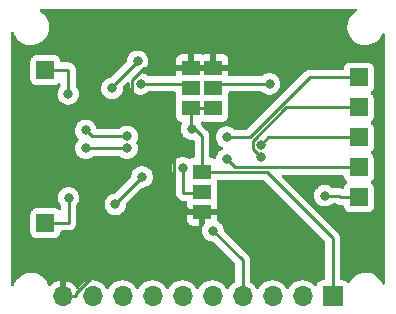
<source format=gbl>
G04 #@! TF.GenerationSoftware,KiCad,Pcbnew,(5.99.0-6951-g72beaf1538)*
G04 #@! TF.CreationDate,2020-12-13T17:26:36+11:00*
G04 #@! TF.ProjectId,ATM90E26_Breakout,41544d39-3045-4323-965f-427265616b6f,rev?*
G04 #@! TF.SameCoordinates,Original*
G04 #@! TF.FileFunction,Copper,L2,Bot*
G04 #@! TF.FilePolarity,Positive*
%FSLAX46Y46*%
G04 Gerber Fmt 4.6, Leading zero omitted, Abs format (unit mm)*
G04 Created by KiCad (PCBNEW (5.99.0-6951-g72beaf1538)) date 2020-12-13 17:26:36*
%MOMM*%
%LPD*%
G01*
G04 APERTURE LIST*
G04 #@! TA.AperFunction,ComponentPad*
%ADD10R,1.700000X1.700000*%
G04 #@! TD*
G04 #@! TA.AperFunction,ComponentPad*
%ADD11O,1.700000X1.700000*%
G04 #@! TD*
G04 #@! TA.AperFunction,SMDPad,CuDef*
%ADD12R,1.500000X1.500000*%
G04 #@! TD*
G04 #@! TA.AperFunction,SMDPad,CuDef*
%ADD13R,1.500000X1.300000*%
G04 #@! TD*
G04 #@! TA.AperFunction,ViaPad*
%ADD14C,0.800000*%
G04 #@! TD*
G04 #@! TA.AperFunction,Conductor*
%ADD15C,0.250000*%
G04 #@! TD*
G04 APERTURE END LIST*
D10*
X159893000Y-116556000D03*
D11*
X157353000Y-116556000D03*
X154813000Y-116556000D03*
X152273000Y-116556000D03*
X149733000Y-116556000D03*
X147193000Y-116556000D03*
X144653000Y-116556000D03*
X142113000Y-116556000D03*
X139573000Y-116556000D03*
X137033000Y-116556000D03*
D12*
X162128000Y-105634000D03*
X162128000Y-100554000D03*
X162128000Y-108174000D03*
X162128000Y-103094000D03*
X162128000Y-98013600D03*
X135585000Y-97378600D03*
X135585000Y-110333000D03*
D13*
X147904000Y-97202600D03*
X147904000Y-98902600D03*
X147904000Y-100602600D03*
X149809000Y-100602600D03*
X149809000Y-98902600D03*
X149809000Y-97202600D03*
X148844000Y-105996000D03*
X148844000Y-107696000D03*
X148844000Y-109396000D03*
D14*
X152400000Y-92710000D03*
X156210000Y-92710000D03*
X148590000Y-92710000D03*
X158623000Y-113157000D03*
X153797000Y-113157000D03*
X153670000Y-108966000D03*
X163830000Y-104140000D03*
X133350000Y-111760000D03*
X160020000Y-92710000D03*
X137160000Y-92710000D03*
X163830000Y-100330000D03*
X163830000Y-107950000D03*
X133350000Y-100330000D03*
X144780000Y-92710000D03*
X140970000Y-92710000D03*
X133350000Y-107950000D03*
X163830000Y-111760000D03*
X163830000Y-96520000D03*
X133350000Y-96520000D03*
X133350000Y-104140000D03*
X147955000Y-102362000D03*
X153800300Y-103713000D03*
X141505000Y-108757000D03*
X143764000Y-106426000D03*
X143383000Y-96647000D03*
X141224000Y-98933000D03*
X147193000Y-105664000D03*
X142500000Y-104000000D03*
X139000000Y-104000000D03*
X142500000Y-103000000D03*
X139000000Y-102500000D03*
X150937800Y-104937400D03*
X153802700Y-104731900D03*
X137541000Y-108204000D03*
X137511000Y-99410600D03*
X149765400Y-110978600D03*
X154559000Y-98552000D03*
X143637000Y-98552000D03*
X159245900Y-108017700D03*
X150920900Y-103063000D03*
D15*
X153797000Y-113157000D02*
X158623000Y-113157000D01*
X149809000Y-97202600D02*
X147904000Y-97202600D01*
X143970300Y-97202600D02*
X142952000Y-98220900D01*
X138160700Y-116301600D02*
X146441300Y-108021000D01*
X153670000Y-108966000D02*
X150876000Y-108966000D01*
X142952000Y-98220900D02*
X142952000Y-99744000D01*
X146441300Y-108021000D02*
X147816300Y-109396000D01*
X137033000Y-116556000D02*
X138160700Y-116556000D01*
X147904000Y-97202600D02*
X143970300Y-97202600D01*
X148844000Y-109396000D02*
X147816300Y-109396000D01*
X150876000Y-108966000D02*
X150446000Y-109396000D01*
X150446000Y-109396000D02*
X148844000Y-109396000D01*
X146441300Y-103233300D02*
X146441300Y-108021000D01*
X138160700Y-116556000D02*
X138160700Y-116301600D01*
X142952000Y-99744000D02*
X146441300Y-103233300D01*
X148209000Y-102362000D02*
X147955000Y-102362000D01*
X159893000Y-111633000D02*
X159893000Y-116556000D01*
X149808600Y-100603000D02*
X147904400Y-100603000D01*
X147904000Y-102311000D02*
X147955000Y-102362000D01*
X147904000Y-100603000D02*
X147904000Y-102311000D01*
X148893000Y-106045000D02*
X154305000Y-106045000D01*
X154305000Y-106045000D02*
X159893000Y-111633000D01*
X148844000Y-105996000D02*
X148844000Y-102997000D01*
X148844000Y-102997000D02*
X148209000Y-102362000D01*
X162128000Y-103094000D02*
X154419300Y-103094000D01*
X154419300Y-103094000D02*
X153800300Y-103713000D01*
X141505000Y-108685000D02*
X141505000Y-108757000D01*
X143764000Y-106426000D02*
X141505000Y-108685000D01*
X141224000Y-98806000D02*
X141224000Y-98933000D01*
X143383000Y-96647000D02*
X141224000Y-98806000D01*
X147193000Y-107823000D02*
X148717000Y-107823000D01*
X147193000Y-105664000D02*
X147193000Y-107823000D01*
X139000000Y-104000000D02*
X142500000Y-104000000D01*
X139500000Y-103000000D02*
X142500000Y-103000000D01*
X139000000Y-102500000D02*
X139500000Y-103000000D01*
X151634400Y-105634000D02*
X150937800Y-104937400D01*
X151634400Y-105634000D02*
X162128000Y-105634000D01*
X153122500Y-103426900D02*
X155995400Y-100554000D01*
X153802700Y-104731900D02*
X153122500Y-104051700D01*
X155995400Y-100554000D02*
X162128000Y-100554000D01*
X153122500Y-104051700D02*
X153122500Y-103426900D01*
X137541000Y-110333000D02*
X137541000Y-108204000D01*
X135585000Y-110333000D02*
X137541000Y-110333000D01*
X137511000Y-97378600D02*
X137511000Y-99410600D01*
X135585000Y-97378600D02*
X137511000Y-97378600D01*
X149765400Y-110978600D02*
X152273000Y-113486200D01*
X152273000Y-113486200D02*
X152273000Y-116556000D01*
X154559000Y-98552000D02*
X150160000Y-98552000D01*
X143637000Y-98552000D02*
X147554000Y-98552000D01*
X162128000Y-108174000D02*
X160580300Y-108174000D01*
X160580300Y-108174000D02*
X160424000Y-108017700D01*
X160424000Y-108017700D02*
X159245900Y-108017700D01*
X152916700Y-103063000D02*
X150920900Y-103063000D01*
X157966100Y-98013600D02*
X152916700Y-103063000D01*
X162128000Y-98013600D02*
X157966100Y-98013600D01*
G04 #@! TA.AperFunction,Conductor*
G36*
X161904203Y-92201602D02*
G01*
X161950696Y-92255258D01*
X161960800Y-92325532D01*
X161931306Y-92390112D01*
X161906905Y-92411812D01*
X161723968Y-92536136D01*
X161544856Y-92705514D01*
X161541778Y-92709540D01*
X161541777Y-92709541D01*
X161398200Y-92897331D01*
X161398197Y-92897335D01*
X161395127Y-92901351D01*
X161278636Y-93118607D01*
X161198378Y-93351693D01*
X161197517Y-93356676D01*
X161197517Y-93356677D01*
X161168955Y-93522034D01*
X161156418Y-93594612D01*
X161154275Y-93799193D01*
X161153837Y-93841115D01*
X161154594Y-93846118D01*
X161154594Y-93846123D01*
X161186250Y-94055434D01*
X161190700Y-94084860D01*
X161192246Y-94089677D01*
X161192247Y-94089679D01*
X161258347Y-94295557D01*
X161266059Y-94319576D01*
X161377975Y-94539224D01*
X161523569Y-94738153D01*
X161699095Y-94911245D01*
X161703212Y-94914171D01*
X161703217Y-94914175D01*
X161839317Y-95010895D01*
X161900038Y-95054047D01*
X162121227Y-95162886D01*
X162356972Y-95234960D01*
X162361982Y-95235646D01*
X162361985Y-95235647D01*
X162502534Y-95254900D01*
X162601208Y-95268417D01*
X162679512Y-95266503D01*
X162842590Y-95262518D01*
X162842594Y-95262518D01*
X162847651Y-95262394D01*
X163089960Y-95217047D01*
X163321903Y-95133542D01*
X163537511Y-95014028D01*
X163541489Y-95010898D01*
X163541493Y-95010895D01*
X163727262Y-94864710D01*
X163727264Y-94864709D01*
X163731238Y-94861581D01*
X163898099Y-94680120D01*
X164033802Y-94474317D01*
X164097174Y-94333308D01*
X164143342Y-94279373D01*
X164211341Y-94258960D01*
X164279581Y-94278551D01*
X164326397Y-94331926D01*
X164338101Y-94384958D01*
X164338100Y-115427695D01*
X164318098Y-115495816D01*
X164264442Y-115542309D01*
X164194168Y-115552413D01*
X164129588Y-115522919D01*
X164096116Y-115476927D01*
X164050989Y-115370614D01*
X164050988Y-115370612D01*
X164049012Y-115365957D01*
X163917650Y-115157356D01*
X163754625Y-114972442D01*
X163747048Y-114966218D01*
X163568044Y-114819181D01*
X163568038Y-114819177D01*
X163564134Y-114815970D01*
X163351076Y-114691967D01*
X163346353Y-114690154D01*
X163125657Y-114605437D01*
X163125653Y-114605436D01*
X163120933Y-114603624D01*
X163115983Y-114602590D01*
X163115980Y-114602589D01*
X162884577Y-114554246D01*
X162884573Y-114554246D01*
X162879626Y-114553212D01*
X162633363Y-114542029D01*
X162628343Y-114542610D01*
X162628339Y-114542610D01*
X162536711Y-114553212D01*
X162388480Y-114570363D01*
X162383606Y-114571742D01*
X162383602Y-114571743D01*
X162156146Y-114636107D01*
X162156144Y-114636108D01*
X162151277Y-114637485D01*
X162146701Y-114639619D01*
X162146695Y-114639621D01*
X161932439Y-114739530D01*
X161932435Y-114739532D01*
X161927857Y-114741667D01*
X161723968Y-114880230D01*
X161544856Y-115049608D01*
X161541778Y-115053634D01*
X161541777Y-115053635D01*
X161398200Y-115241425D01*
X161398197Y-115241429D01*
X161395127Y-115245445D01*
X161392737Y-115249903D01*
X161392736Y-115249904D01*
X161338833Y-115350433D01*
X161289015Y-115401016D01*
X161219758Y-115416636D01*
X161153050Y-115392332D01*
X161134717Y-115375394D01*
X161131077Y-115369729D01*
X161109724Y-115351226D01*
X161027431Y-115279918D01*
X161027428Y-115279916D01*
X161020619Y-115274016D01*
X161012421Y-115270272D01*
X160895864Y-115217042D01*
X160895863Y-115217042D01*
X160887670Y-115213300D01*
X160878755Y-115212018D01*
X160878754Y-115212018D01*
X160747448Y-115193139D01*
X160747441Y-115193138D01*
X160743000Y-115192500D01*
X160652500Y-115192500D01*
X160584379Y-115172498D01*
X160537886Y-115118842D01*
X160526500Y-115066500D01*
X160526500Y-111711383D01*
X160527014Y-111700479D01*
X160528666Y-111693088D01*
X160526562Y-111626146D01*
X160526500Y-111622189D01*
X160526500Y-111593422D01*
X160525959Y-111589137D01*
X160525026Y-111577296D01*
X160524859Y-111571958D01*
X160523638Y-111533116D01*
X160521428Y-111525508D01*
X160521427Y-111525503D01*
X160517987Y-111513661D01*
X160513979Y-111494307D01*
X160512434Y-111482079D01*
X160511440Y-111474212D01*
X160508523Y-111466844D01*
X160508521Y-111466837D01*
X160495163Y-111433099D01*
X160491318Y-111421869D01*
X160481197Y-111387031D01*
X160481196Y-111387030D01*
X160478986Y-111379421D01*
X160468676Y-111361988D01*
X160459982Y-111344241D01*
X160452522Y-111325400D01*
X160426533Y-111289629D01*
X160420017Y-111279710D01*
X160400546Y-111246787D01*
X160397513Y-111241658D01*
X160397144Y-111241240D01*
X160383062Y-111227158D01*
X160370228Y-111212133D01*
X160358446Y-111195917D01*
X160324665Y-111167971D01*
X160315886Y-111159982D01*
X155638499Y-106482595D01*
X155604473Y-106420283D01*
X155609538Y-106349468D01*
X155652085Y-106292632D01*
X155718605Y-106267821D01*
X155727594Y-106267500D01*
X160738858Y-106267500D01*
X160806979Y-106287502D01*
X160853472Y-106341158D01*
X160864536Y-106384510D01*
X160869727Y-106457079D01*
X160910904Y-106597316D01*
X160915775Y-106604895D01*
X160985051Y-106712691D01*
X160985053Y-106712694D01*
X160989923Y-106720271D01*
X160996733Y-106726172D01*
X161093935Y-106810399D01*
X161132318Y-106870125D01*
X161132318Y-106941122D01*
X161093934Y-107000848D01*
X161079544Y-107011620D01*
X161049311Y-107031050D01*
X161041729Y-107035923D01*
X161035828Y-107042733D01*
X160951918Y-107139569D01*
X160951916Y-107139572D01*
X160946016Y-107146381D01*
X160885300Y-107279330D01*
X160884018Y-107288246D01*
X160884016Y-107288253D01*
X160875349Y-107348533D01*
X160845856Y-107413114D01*
X160786130Y-107451497D01*
X160715133Y-107451497D01*
X160689931Y-107441016D01*
X160665992Y-107427855D01*
X160665989Y-107427854D01*
X160659048Y-107424038D01*
X160651373Y-107422068D01*
X160651372Y-107422067D01*
X160639426Y-107419000D01*
X160620719Y-107412595D01*
X160609410Y-107407701D01*
X160609408Y-107407701D01*
X160602135Y-107404553D01*
X160594307Y-107403313D01*
X160594306Y-107403313D01*
X160558473Y-107397638D01*
X160546848Y-107395230D01*
X160509782Y-107385713D01*
X160509780Y-107385713D01*
X160504025Y-107384235D01*
X160503469Y-107384200D01*
X160483546Y-107384200D01*
X160463837Y-107382649D01*
X160444055Y-107379516D01*
X160436163Y-107380262D01*
X160400418Y-107383641D01*
X160388560Y-107384200D01*
X159954094Y-107384200D01*
X159885973Y-107364198D01*
X159866749Y-107347858D01*
X159866475Y-107348162D01*
X159861572Y-107343747D01*
X159857151Y-107338837D01*
X159851809Y-107334956D01*
X159851807Y-107334954D01*
X159707992Y-107230467D01*
X159707991Y-107230466D01*
X159702650Y-107226586D01*
X159696622Y-107223902D01*
X159696620Y-107223901D01*
X159534218Y-107151595D01*
X159534217Y-107151595D01*
X159528187Y-107148910D01*
X159434787Y-107129057D01*
X159347844Y-107110576D01*
X159347839Y-107110576D01*
X159341387Y-107109204D01*
X159150413Y-107109204D01*
X159143961Y-107110576D01*
X159143956Y-107110576D01*
X159057013Y-107129057D01*
X158963613Y-107148910D01*
X158957583Y-107151595D01*
X158957582Y-107151595D01*
X158795180Y-107223901D01*
X158795178Y-107223902D01*
X158789150Y-107226586D01*
X158783809Y-107230466D01*
X158783808Y-107230467D01*
X158639993Y-107334954D01*
X158639991Y-107334956D01*
X158634649Y-107338837D01*
X158630228Y-107343747D01*
X158630227Y-107343748D01*
X158559709Y-107422067D01*
X158506863Y-107480758D01*
X158411376Y-107646146D01*
X158352362Y-107827773D01*
X158351672Y-107834336D01*
X158351672Y-107834337D01*
X158348704Y-107862578D01*
X158332400Y-108017700D01*
X158352362Y-108207627D01*
X158411376Y-108389254D01*
X158414679Y-108394976D01*
X158414680Y-108394977D01*
X158433020Y-108426743D01*
X158506863Y-108554642D01*
X158511281Y-108559549D01*
X158511282Y-108559550D01*
X158548092Y-108600432D01*
X158634649Y-108696563D01*
X158639991Y-108700444D01*
X158639993Y-108700446D01*
X158783808Y-108804933D01*
X158789150Y-108808814D01*
X158795178Y-108811498D01*
X158795180Y-108811499D01*
X158951637Y-108881158D01*
X158963613Y-108886490D01*
X159057013Y-108906343D01*
X159143956Y-108924824D01*
X159143961Y-108924824D01*
X159150413Y-108926196D01*
X159341387Y-108926196D01*
X159347839Y-108924824D01*
X159347844Y-108924824D01*
X159434787Y-108906343D01*
X159528187Y-108886490D01*
X159540163Y-108881158D01*
X159696620Y-108811499D01*
X159696622Y-108811498D01*
X159702650Y-108808814D01*
X159707992Y-108804933D01*
X159851807Y-108700446D01*
X159851809Y-108700444D01*
X159857151Y-108696563D01*
X159861573Y-108691652D01*
X159866475Y-108687238D01*
X159867601Y-108688489D01*
X159920900Y-108655651D01*
X159954094Y-108651200D01*
X160113201Y-108651200D01*
X160181322Y-108671202D01*
X160198534Y-108684632D01*
X160199221Y-108685131D01*
X160204999Y-108690557D01*
X160222761Y-108700322D01*
X160239272Y-108711168D01*
X160255278Y-108723583D01*
X160295849Y-108741140D01*
X160306502Y-108746359D01*
X160338308Y-108763845D01*
X160338311Y-108763846D01*
X160345252Y-108767662D01*
X160352931Y-108769634D01*
X160352932Y-108769634D01*
X160364875Y-108772701D01*
X160383577Y-108779104D01*
X160402165Y-108787148D01*
X160409999Y-108788389D01*
X160410000Y-108788389D01*
X160445834Y-108794064D01*
X160457459Y-108796472D01*
X160494518Y-108805987D01*
X160494520Y-108805987D01*
X160500275Y-108807465D01*
X160500831Y-108807500D01*
X160520752Y-108807500D01*
X160540462Y-108809051D01*
X160552414Y-108810944D01*
X160552415Y-108810944D01*
X160560244Y-108812184D01*
X160568136Y-108811438D01*
X160603882Y-108808059D01*
X160615740Y-108807500D01*
X160738858Y-108807500D01*
X160806979Y-108827502D01*
X160853472Y-108881158D01*
X160864536Y-108924510D01*
X160869727Y-108997079D01*
X160871631Y-109003562D01*
X160908302Y-109128453D01*
X160910904Y-109137316D01*
X160919709Y-109151016D01*
X160985051Y-109252691D01*
X160985053Y-109252694D01*
X160989923Y-109260271D01*
X160996733Y-109266172D01*
X161093569Y-109350082D01*
X161093572Y-109350084D01*
X161100381Y-109355984D01*
X161233330Y-109416700D01*
X161242245Y-109417982D01*
X161242246Y-109417982D01*
X161373552Y-109436861D01*
X161373559Y-109436862D01*
X161378000Y-109437500D01*
X162878000Y-109437500D01*
X162951079Y-109432273D01*
X163029165Y-109409345D01*
X163082670Y-109393635D01*
X163082672Y-109393634D01*
X163091316Y-109391096D01*
X163155135Y-109350082D01*
X163206691Y-109316949D01*
X163206694Y-109316947D01*
X163214271Y-109312077D01*
X163254048Y-109266172D01*
X163304082Y-109208431D01*
X163304084Y-109208428D01*
X163309984Y-109201619D01*
X163370700Y-109068670D01*
X163388204Y-108946927D01*
X163390861Y-108928448D01*
X163390862Y-108928441D01*
X163391500Y-108924000D01*
X163391500Y-107424000D01*
X163386273Y-107350921D01*
X163348977Y-107223901D01*
X163347635Y-107219330D01*
X163347634Y-107219328D01*
X163345096Y-107210684D01*
X163280760Y-107110576D01*
X163270949Y-107095309D01*
X163270947Y-107095306D01*
X163266077Y-107087729D01*
X163220524Y-107048257D01*
X163162065Y-106997601D01*
X163123682Y-106937875D01*
X163123682Y-106866878D01*
X163162066Y-106807152D01*
X163176456Y-106796380D01*
X163206689Y-106776950D01*
X163206690Y-106776949D01*
X163214271Y-106772077D01*
X163254048Y-106726172D01*
X163304082Y-106668431D01*
X163304084Y-106668428D01*
X163309984Y-106661619D01*
X163370700Y-106528670D01*
X163371982Y-106519754D01*
X163390861Y-106388448D01*
X163390862Y-106388441D01*
X163391500Y-106384000D01*
X163391500Y-104884000D01*
X163386273Y-104810921D01*
X163361143Y-104725335D01*
X163347635Y-104679330D01*
X163347634Y-104679328D01*
X163345096Y-104670684D01*
X163299393Y-104599569D01*
X163270949Y-104555309D01*
X163270947Y-104555306D01*
X163266077Y-104547729D01*
X163234668Y-104520513D01*
X163162065Y-104457601D01*
X163123682Y-104397875D01*
X163123682Y-104326878D01*
X163162066Y-104267152D01*
X163176456Y-104256380D01*
X163206689Y-104236950D01*
X163206690Y-104236949D01*
X163214271Y-104232077D01*
X163224414Y-104220372D01*
X163304082Y-104128431D01*
X163304084Y-104128428D01*
X163309984Y-104121619D01*
X163316476Y-104107403D01*
X163366958Y-103996864D01*
X163366958Y-103996863D01*
X163370700Y-103988670D01*
X163371982Y-103979754D01*
X163390861Y-103848448D01*
X163390862Y-103848441D01*
X163391500Y-103844000D01*
X163391500Y-102344000D01*
X163386273Y-102270921D01*
X163345096Y-102130684D01*
X163289959Y-102044890D01*
X163270949Y-102015309D01*
X163270947Y-102015306D01*
X163266077Y-102007729D01*
X163253381Y-101996728D01*
X163162065Y-101917601D01*
X163123682Y-101857875D01*
X163123682Y-101786878D01*
X163162066Y-101727152D01*
X163176456Y-101716380D01*
X163206689Y-101696950D01*
X163206690Y-101696949D01*
X163214271Y-101692077D01*
X163258810Y-101640677D01*
X163304082Y-101588431D01*
X163304084Y-101588428D01*
X163309984Y-101581619D01*
X163362824Y-101465916D01*
X163366958Y-101456864D01*
X163366958Y-101456863D01*
X163370700Y-101448670D01*
X163387451Y-101332162D01*
X163390861Y-101308448D01*
X163390862Y-101308441D01*
X163391500Y-101304000D01*
X163391500Y-99804000D01*
X163386273Y-99730921D01*
X163357275Y-99632162D01*
X163347635Y-99599330D01*
X163347634Y-99599328D01*
X163345096Y-99590684D01*
X163299393Y-99519569D01*
X163270949Y-99475309D01*
X163270947Y-99475306D01*
X163266077Y-99467729D01*
X163161799Y-99377371D01*
X163123416Y-99317645D01*
X163123416Y-99246648D01*
X163161800Y-99186922D01*
X163176182Y-99176156D01*
X163214271Y-99151677D01*
X163220172Y-99144867D01*
X163304082Y-99048031D01*
X163304084Y-99048028D01*
X163309984Y-99041219D01*
X163370700Y-98908270D01*
X163374854Y-98879376D01*
X163390861Y-98768048D01*
X163390862Y-98768041D01*
X163391500Y-98763600D01*
X163391500Y-97263600D01*
X163386273Y-97190521D01*
X163353425Y-97078651D01*
X163347635Y-97058930D01*
X163347634Y-97058928D01*
X163345096Y-97050284D01*
X163279748Y-96948601D01*
X163270949Y-96934909D01*
X163270947Y-96934906D01*
X163266077Y-96927329D01*
X163241148Y-96905728D01*
X163162431Y-96837518D01*
X163162428Y-96837516D01*
X163155619Y-96831616D01*
X163048922Y-96782889D01*
X163030864Y-96774642D01*
X163030863Y-96774642D01*
X163022670Y-96770900D01*
X163013755Y-96769618D01*
X163013754Y-96769618D01*
X162882448Y-96750739D01*
X162882441Y-96750738D01*
X162878000Y-96750100D01*
X161378000Y-96750100D01*
X161304921Y-96755327D01*
X161226835Y-96778255D01*
X161173330Y-96793965D01*
X161173328Y-96793966D01*
X161164684Y-96796504D01*
X161157105Y-96801375D01*
X161049309Y-96870651D01*
X161049306Y-96870653D01*
X161041729Y-96875523D01*
X161035828Y-96882333D01*
X160951918Y-96979169D01*
X160951916Y-96979172D01*
X160946016Y-96985981D01*
X160885300Y-97118930D01*
X160864500Y-97263600D01*
X160864500Y-97264049D01*
X160840047Y-97329609D01*
X160783211Y-97372156D01*
X160739179Y-97380100D01*
X158044483Y-97380100D01*
X158033579Y-97379586D01*
X158026188Y-97377934D01*
X158018263Y-97378183D01*
X158018262Y-97378183D01*
X157959247Y-97380038D01*
X157955289Y-97380100D01*
X157926522Y-97380100D01*
X157922237Y-97380641D01*
X157910403Y-97381573D01*
X157884386Y-97382391D01*
X157874136Y-97382713D01*
X157874135Y-97382713D01*
X157866216Y-97382962D01*
X157858608Y-97385172D01*
X157858603Y-97385173D01*
X157846761Y-97388613D01*
X157827407Y-97392621D01*
X157815179Y-97394166D01*
X157807312Y-97395160D01*
X157799944Y-97398077D01*
X157799937Y-97398079D01*
X157766199Y-97411437D01*
X157754969Y-97415282D01*
X157720131Y-97425403D01*
X157720130Y-97425404D01*
X157712521Y-97427614D01*
X157701329Y-97434233D01*
X157695088Y-97437924D01*
X157677341Y-97446618D01*
X157658500Y-97454078D01*
X157648871Y-97461074D01*
X157622729Y-97480067D01*
X157612812Y-97486582D01*
X157574758Y-97509087D01*
X157574340Y-97509455D01*
X157560258Y-97523537D01*
X157545225Y-97536378D01*
X157529017Y-97548154D01*
X157523965Y-97554261D01*
X157501076Y-97581929D01*
X157493086Y-97590709D01*
X152691201Y-102392595D01*
X152628889Y-102426621D01*
X152602106Y-102429500D01*
X151629094Y-102429500D01*
X151560973Y-102409498D01*
X151541749Y-102393158D01*
X151541475Y-102393462D01*
X151536572Y-102389047D01*
X151532151Y-102384137D01*
X151526809Y-102380256D01*
X151526807Y-102380254D01*
X151382992Y-102275767D01*
X151382991Y-102275766D01*
X151377650Y-102271886D01*
X151371622Y-102269202D01*
X151371620Y-102269201D01*
X151209218Y-102196895D01*
X151209217Y-102196895D01*
X151203187Y-102194210D01*
X151099042Y-102172073D01*
X151022844Y-102155876D01*
X151022839Y-102155876D01*
X151016387Y-102154504D01*
X150825413Y-102154504D01*
X150818961Y-102155876D01*
X150818956Y-102155876D01*
X150742758Y-102172073D01*
X150638613Y-102194210D01*
X150632583Y-102196895D01*
X150632582Y-102196895D01*
X150470180Y-102269201D01*
X150470178Y-102269202D01*
X150464150Y-102271886D01*
X150458809Y-102275766D01*
X150458808Y-102275767D01*
X150314993Y-102380254D01*
X150314991Y-102380256D01*
X150309649Y-102384137D01*
X150305228Y-102389047D01*
X150305227Y-102389048D01*
X150199415Y-102506565D01*
X150181863Y-102526058D01*
X150086376Y-102691446D01*
X150027362Y-102873073D01*
X150026672Y-102879636D01*
X150026672Y-102879637D01*
X150010740Y-103031224D01*
X150007400Y-103063000D01*
X150008090Y-103069565D01*
X150025180Y-103232162D01*
X150027362Y-103252927D01*
X150086376Y-103434554D01*
X150181863Y-103599942D01*
X150186281Y-103604849D01*
X150186282Y-103604850D01*
X150301253Y-103732538D01*
X150309649Y-103741863D01*
X150314991Y-103745744D01*
X150314993Y-103745746D01*
X150354808Y-103774673D01*
X150464150Y-103854114D01*
X150470178Y-103856798D01*
X150470180Y-103856799D01*
X150509391Y-103874257D01*
X150542181Y-103888855D01*
X150596276Y-103934835D01*
X150616925Y-104002762D01*
X150597573Y-104071070D01*
X150542180Y-104119069D01*
X150487080Y-104143601D01*
X150487078Y-104143602D01*
X150481050Y-104146286D01*
X150475709Y-104150166D01*
X150475708Y-104150167D01*
X150331893Y-104254654D01*
X150331891Y-104254656D01*
X150326549Y-104258537D01*
X150322128Y-104263447D01*
X150322127Y-104263448D01*
X150203613Y-104395072D01*
X150198763Y-104400458D01*
X150163897Y-104460848D01*
X150109360Y-104555309D01*
X150103276Y-104565846D01*
X150101234Y-104572131D01*
X150047189Y-104738466D01*
X150044262Y-104747473D01*
X150038963Y-104797895D01*
X150037963Y-104807407D01*
X150010950Y-104873065D01*
X149952729Y-104913695D01*
X149881784Y-104916398D01*
X149860310Y-104908851D01*
X149746867Y-104857043D01*
X149746864Y-104857042D01*
X149738670Y-104853300D01*
X149729755Y-104852018D01*
X149729754Y-104852018D01*
X149700625Y-104847830D01*
X149594000Y-104832500D01*
X149593551Y-104832500D01*
X149527991Y-104808047D01*
X149485444Y-104751211D01*
X149477500Y-104707179D01*
X149477500Y-103075383D01*
X149478014Y-103064479D01*
X149479666Y-103057088D01*
X149477562Y-102990134D01*
X149477500Y-102986176D01*
X149477500Y-102957422D01*
X149476961Y-102953155D01*
X149476027Y-102941305D01*
X149474888Y-102905040D01*
X149474639Y-102897117D01*
X149468988Y-102877666D01*
X149464978Y-102858304D01*
X149463433Y-102846073D01*
X149462440Y-102838212D01*
X149446166Y-102797108D01*
X149442321Y-102785878D01*
X149432198Y-102751034D01*
X149432197Y-102751032D01*
X149429986Y-102743421D01*
X149419677Y-102725989D01*
X149410980Y-102708236D01*
X149406442Y-102696775D01*
X149403522Y-102689400D01*
X149377531Y-102653626D01*
X149371016Y-102643707D01*
X149351529Y-102610758D01*
X149351527Y-102610755D01*
X149348513Y-102605659D01*
X149348145Y-102605241D01*
X149334062Y-102591158D01*
X149321228Y-102576133D01*
X149309446Y-102559917D01*
X149275664Y-102531970D01*
X149266885Y-102523981D01*
X148837952Y-102095048D01*
X148807214Y-102044890D01*
X148807018Y-102044287D01*
X148789524Y-101990446D01*
X148777013Y-101968776D01*
X148749698Y-101921465D01*
X148732960Y-101852469D01*
X148756181Y-101785378D01*
X148811988Y-101741491D01*
X148882663Y-101734742D01*
X148897363Y-101739442D01*
X148897488Y-101739018D01*
X148906131Y-101741556D01*
X148914330Y-101745300D01*
X148963372Y-101752351D01*
X149054552Y-101765461D01*
X149054559Y-101765462D01*
X149059000Y-101766100D01*
X150559000Y-101766100D01*
X150632079Y-101760873D01*
X150735865Y-101730399D01*
X150763670Y-101722235D01*
X150763672Y-101722234D01*
X150772316Y-101719696D01*
X150836135Y-101678682D01*
X150887691Y-101645549D01*
X150887694Y-101645547D01*
X150895271Y-101640677D01*
X150937880Y-101591504D01*
X150985082Y-101537031D01*
X150985084Y-101537028D01*
X150990984Y-101530219D01*
X151051700Y-101397270D01*
X151062962Y-101318940D01*
X151071861Y-101257048D01*
X151071862Y-101257041D01*
X151072500Y-101252600D01*
X151072500Y-99952600D01*
X151067273Y-99879521D01*
X151041847Y-99792928D01*
X151041847Y-99721932D01*
X151047839Y-99705866D01*
X151047956Y-99705469D01*
X151051700Y-99697270D01*
X151063421Y-99615746D01*
X151071861Y-99557048D01*
X151071862Y-99557041D01*
X151072500Y-99552600D01*
X151072500Y-99311500D01*
X151092502Y-99243379D01*
X151146158Y-99196886D01*
X151198500Y-99185500D01*
X153850806Y-99185500D01*
X153918927Y-99205502D01*
X153938151Y-99221842D01*
X153938425Y-99221538D01*
X153943327Y-99225952D01*
X153947749Y-99230863D01*
X153953091Y-99234744D01*
X153953093Y-99234746D01*
X154096908Y-99339233D01*
X154102250Y-99343114D01*
X154108278Y-99345798D01*
X154108280Y-99345799D01*
X154268571Y-99417165D01*
X154276713Y-99420790D01*
X154370113Y-99440643D01*
X154457056Y-99459124D01*
X154457061Y-99459124D01*
X154463513Y-99460496D01*
X154654487Y-99460496D01*
X154660939Y-99459124D01*
X154660944Y-99459124D01*
X154747887Y-99440643D01*
X154841287Y-99420790D01*
X154849429Y-99417165D01*
X155009720Y-99345799D01*
X155009722Y-99345798D01*
X155015750Y-99343114D01*
X155021092Y-99339233D01*
X155164907Y-99234746D01*
X155164909Y-99234744D01*
X155170251Y-99230863D01*
X155298037Y-99088942D01*
X155384280Y-98939565D01*
X155390220Y-98929277D01*
X155390221Y-98929276D01*
X155393524Y-98923554D01*
X155423941Y-98829940D01*
X155450498Y-98748206D01*
X155450498Y-98748205D01*
X155452538Y-98741927D01*
X155453962Y-98728384D01*
X155471810Y-98558565D01*
X155472500Y-98552000D01*
X155462546Y-98457291D01*
X155453228Y-98368637D01*
X155453228Y-98368636D01*
X155452538Y-98362073D01*
X155393524Y-98180446D01*
X155298037Y-98015058D01*
X155170251Y-97873137D01*
X155164909Y-97869256D01*
X155164907Y-97869254D01*
X155021092Y-97764767D01*
X155021091Y-97764766D01*
X155015750Y-97760886D01*
X155009722Y-97758202D01*
X155009720Y-97758201D01*
X154847318Y-97685895D01*
X154847317Y-97685895D01*
X154841287Y-97683210D01*
X154747887Y-97663357D01*
X154660944Y-97644876D01*
X154660939Y-97644876D01*
X154654487Y-97643504D01*
X154463513Y-97643504D01*
X154457061Y-97644876D01*
X154457056Y-97644876D01*
X154370113Y-97663357D01*
X154276713Y-97683210D01*
X154270683Y-97685895D01*
X154270682Y-97685895D01*
X154108280Y-97758201D01*
X154108278Y-97758202D01*
X154102250Y-97760886D01*
X154096909Y-97764766D01*
X154096908Y-97764767D01*
X153953093Y-97869254D01*
X153953091Y-97869256D01*
X153947749Y-97873137D01*
X153943328Y-97878047D01*
X153938425Y-97882462D01*
X153937299Y-97881211D01*
X153884000Y-97914049D01*
X153850806Y-97918500D01*
X151198000Y-97918500D01*
X151129879Y-97898498D01*
X151083386Y-97844842D01*
X151072000Y-97792500D01*
X151072000Y-97474715D01*
X151067525Y-97459476D01*
X151066135Y-97458271D01*
X151058452Y-97456600D01*
X150063002Y-97456599D01*
X150062996Y-97456600D01*
X149202003Y-97456599D01*
X149201997Y-97456600D01*
X148158002Y-97456599D01*
X148157996Y-97456600D01*
X146659115Y-97456599D01*
X146643876Y-97461074D01*
X146642671Y-97462464D01*
X146641000Y-97470147D01*
X146641000Y-97792500D01*
X146620998Y-97860621D01*
X146567342Y-97907114D01*
X146515000Y-97918500D01*
X144345194Y-97918500D01*
X144277073Y-97898498D01*
X144257849Y-97882158D01*
X144257575Y-97882462D01*
X144252672Y-97878047D01*
X144248251Y-97873137D01*
X144242909Y-97869256D01*
X144242907Y-97869254D01*
X144099092Y-97764767D01*
X144099091Y-97764766D01*
X144093750Y-97760886D01*
X144087722Y-97758202D01*
X144087720Y-97758201D01*
X143925318Y-97685895D01*
X143925317Y-97685895D01*
X143919287Y-97683210D01*
X143870928Y-97672931D01*
X143808455Y-97639203D01*
X143774133Y-97577053D01*
X143778861Y-97506214D01*
X143821137Y-97449176D01*
X143833878Y-97440728D01*
X143839750Y-97438114D01*
X143845092Y-97434233D01*
X143988907Y-97329746D01*
X143988909Y-97329744D01*
X143994251Y-97325863D01*
X144000471Y-97318955D01*
X144117618Y-97188850D01*
X144117619Y-97188849D01*
X144122037Y-97183942D01*
X144199205Y-97050284D01*
X144214220Y-97024277D01*
X144214221Y-97024276D01*
X144217524Y-97018554D01*
X144261785Y-96882333D01*
X144274498Y-96843206D01*
X144274498Y-96843205D01*
X144276538Y-96836927D01*
X144278781Y-96815591D01*
X144295810Y-96653565D01*
X144296500Y-96647000D01*
X144287051Y-96557095D01*
X146641000Y-96557095D01*
X146641000Y-96930485D01*
X146645475Y-96945724D01*
X146646865Y-96946929D01*
X146654548Y-96948600D01*
X147631885Y-96948601D01*
X147647124Y-96944126D01*
X147648329Y-96942736D01*
X147650000Y-96935053D01*
X147650000Y-96930485D01*
X148157999Y-96930485D01*
X148162474Y-96945724D01*
X148163864Y-96946929D01*
X148171547Y-96948600D01*
X148510997Y-96948601D01*
X148511003Y-96948600D01*
X149536885Y-96948601D01*
X149552124Y-96944126D01*
X149553329Y-96942736D01*
X149555000Y-96935053D01*
X149555000Y-96930485D01*
X150062999Y-96930485D01*
X150067474Y-96945724D01*
X150068864Y-96946929D01*
X150076547Y-96948600D01*
X151053885Y-96948601D01*
X151069124Y-96944126D01*
X151070329Y-96942736D01*
X151072000Y-96935053D01*
X151072000Y-96554857D01*
X151071839Y-96550350D01*
X151067260Y-96486331D01*
X151064874Y-96473109D01*
X151028181Y-96348142D01*
X151020767Y-96331908D01*
X150951574Y-96224240D01*
X150939888Y-96210753D01*
X150843160Y-96126938D01*
X150828152Y-96117293D01*
X150711725Y-96064123D01*
X150694612Y-96059098D01*
X150563446Y-96040239D01*
X150554505Y-96039600D01*
X150081115Y-96039600D01*
X150065876Y-96044075D01*
X150064671Y-96045465D01*
X150063000Y-96053148D01*
X150062999Y-96930485D01*
X149555000Y-96930485D01*
X149555001Y-96057715D01*
X149550526Y-96042476D01*
X149549136Y-96041271D01*
X149541453Y-96039600D01*
X149061257Y-96039600D01*
X149056750Y-96039761D01*
X148992729Y-96044340D01*
X148979512Y-96046725D01*
X148896248Y-96071174D01*
X148825252Y-96071174D01*
X148808404Y-96064890D01*
X148806726Y-96064124D01*
X148789612Y-96059098D01*
X148658446Y-96040239D01*
X148649505Y-96039600D01*
X148176115Y-96039600D01*
X148160876Y-96044075D01*
X148159671Y-96045465D01*
X148158000Y-96053148D01*
X148157999Y-96930485D01*
X147650000Y-96930485D01*
X147650001Y-96057715D01*
X147645526Y-96042476D01*
X147644136Y-96041271D01*
X147636453Y-96039600D01*
X147156257Y-96039600D01*
X147151750Y-96039761D01*
X147087731Y-96044340D01*
X147074509Y-96046726D01*
X146949542Y-96083419D01*
X146933308Y-96090833D01*
X146825640Y-96160026D01*
X146812153Y-96171712D01*
X146728338Y-96268440D01*
X146718693Y-96283448D01*
X146665523Y-96399875D01*
X146660498Y-96416988D01*
X146641639Y-96548154D01*
X146641000Y-96557095D01*
X144287051Y-96557095D01*
X144278500Y-96475736D01*
X144277228Y-96463637D01*
X144277228Y-96463636D01*
X144276538Y-96457073D01*
X144260498Y-96407705D01*
X144219566Y-96281731D01*
X144217524Y-96275446D01*
X144122037Y-96110058D01*
X144076153Y-96059098D01*
X143998673Y-95973048D01*
X143998672Y-95973047D01*
X143994251Y-95968137D01*
X143988909Y-95964256D01*
X143988907Y-95964254D01*
X143845092Y-95859767D01*
X143845091Y-95859766D01*
X143839750Y-95855886D01*
X143833722Y-95853202D01*
X143833720Y-95853201D01*
X143671318Y-95780895D01*
X143671317Y-95780895D01*
X143665287Y-95778210D01*
X143571887Y-95758357D01*
X143484944Y-95739876D01*
X143484939Y-95739876D01*
X143478487Y-95738504D01*
X143287513Y-95738504D01*
X143281061Y-95739876D01*
X143281056Y-95739876D01*
X143194113Y-95758357D01*
X143100713Y-95778210D01*
X143094683Y-95780895D01*
X143094682Y-95780895D01*
X142932280Y-95853201D01*
X142932278Y-95853202D01*
X142926250Y-95855886D01*
X142920909Y-95859766D01*
X142920908Y-95859767D01*
X142777093Y-95964254D01*
X142777091Y-95964256D01*
X142771749Y-95968137D01*
X142767328Y-95973047D01*
X142767327Y-95973048D01*
X142689848Y-96059098D01*
X142643963Y-96110058D01*
X142548476Y-96275446D01*
X142546434Y-96281731D01*
X142505503Y-96407705D01*
X142489462Y-96457073D01*
X142488772Y-96463636D01*
X142488772Y-96463637D01*
X142472097Y-96622289D01*
X142445084Y-96687945D01*
X142435882Y-96698213D01*
X141130877Y-98003219D01*
X141067979Y-98037371D01*
X141015787Y-98048465D01*
X140941713Y-98064210D01*
X140935683Y-98066895D01*
X140935682Y-98066895D01*
X140773280Y-98139201D01*
X140773278Y-98139202D01*
X140767250Y-98141886D01*
X140761909Y-98145766D01*
X140761908Y-98145767D01*
X140618093Y-98250254D01*
X140618091Y-98250256D01*
X140612749Y-98254137D01*
X140608328Y-98259047D01*
X140608327Y-98259048D01*
X140533713Y-98341916D01*
X140484963Y-98396058D01*
X140481662Y-98401776D01*
X140394930Y-98552000D01*
X140389476Y-98561446D01*
X140387434Y-98567731D01*
X140337713Y-98720758D01*
X140330462Y-98743073D01*
X140329772Y-98749636D01*
X140329772Y-98749637D01*
X140324252Y-98802156D01*
X140310500Y-98933000D01*
X140330462Y-99122927D01*
X140389476Y-99304554D01*
X140484963Y-99469942D01*
X140612749Y-99611863D01*
X140618091Y-99615744D01*
X140618093Y-99615746D01*
X140750560Y-99711988D01*
X140767250Y-99724114D01*
X140773278Y-99726798D01*
X140773280Y-99726799D01*
X140935682Y-99799105D01*
X140941713Y-99801790D01*
X141012550Y-99816847D01*
X141122056Y-99840124D01*
X141122061Y-99840124D01*
X141128513Y-99841496D01*
X141319487Y-99841496D01*
X141325939Y-99840124D01*
X141325944Y-99840124D01*
X141435450Y-99816847D01*
X141506287Y-99801790D01*
X141512318Y-99799105D01*
X141674720Y-99726799D01*
X141674722Y-99726798D01*
X141680750Y-99724114D01*
X141697440Y-99711988D01*
X141829907Y-99615746D01*
X141829909Y-99615744D01*
X141835251Y-99611863D01*
X141963037Y-99469942D01*
X142058524Y-99304554D01*
X142117538Y-99122927D01*
X142137500Y-98933000D01*
X142130030Y-98861924D01*
X142142802Y-98792086D01*
X142166245Y-98759659D01*
X142512962Y-98412942D01*
X142575274Y-98378916D01*
X142646089Y-98383981D01*
X142702925Y-98426528D01*
X142727736Y-98493048D01*
X142727367Y-98515208D01*
X142723500Y-98552000D01*
X142724190Y-98558565D01*
X142742039Y-98728384D01*
X142743462Y-98741927D01*
X142745502Y-98748205D01*
X142745502Y-98748206D01*
X142772059Y-98829940D01*
X142802476Y-98923554D01*
X142805779Y-98929276D01*
X142805780Y-98929277D01*
X142811720Y-98939565D01*
X142897963Y-99088942D01*
X143025749Y-99230863D01*
X143031091Y-99234744D01*
X143031093Y-99234746D01*
X143174908Y-99339233D01*
X143180250Y-99343114D01*
X143186278Y-99345798D01*
X143186280Y-99345799D01*
X143346571Y-99417165D01*
X143354713Y-99420790D01*
X143448113Y-99440643D01*
X143535056Y-99459124D01*
X143535061Y-99459124D01*
X143541513Y-99460496D01*
X143732487Y-99460496D01*
X143738939Y-99459124D01*
X143738944Y-99459124D01*
X143825887Y-99440643D01*
X143919287Y-99420790D01*
X143927429Y-99417165D01*
X144087720Y-99345799D01*
X144087722Y-99345798D01*
X144093750Y-99343114D01*
X144099092Y-99339233D01*
X144242907Y-99234746D01*
X144242909Y-99234744D01*
X144248251Y-99230863D01*
X144252673Y-99225952D01*
X144257575Y-99221538D01*
X144258701Y-99222789D01*
X144312000Y-99189951D01*
X144345194Y-99185500D01*
X146514500Y-99185500D01*
X146582621Y-99205502D01*
X146629114Y-99259158D01*
X146640500Y-99311500D01*
X146640500Y-99552600D01*
X146645727Y-99625679D01*
X146671153Y-99712272D01*
X146671153Y-99783268D01*
X146665161Y-99799334D01*
X146665044Y-99799731D01*
X146661300Y-99807930D01*
X146660018Y-99816847D01*
X146641139Y-99948152D01*
X146641138Y-99948159D01*
X146640500Y-99952600D01*
X146640500Y-101252600D01*
X146645727Y-101325679D01*
X146686904Y-101465916D01*
X146691775Y-101473495D01*
X146761051Y-101581291D01*
X146761053Y-101581294D01*
X146765923Y-101588871D01*
X146772733Y-101594772D01*
X146869569Y-101678682D01*
X146869572Y-101678684D01*
X146876381Y-101684584D01*
X146884579Y-101688328D01*
X146969592Y-101727152D01*
X147009330Y-101745300D01*
X147018245Y-101746582D01*
X147018246Y-101746582D01*
X147032301Y-101748603D01*
X147058374Y-101752351D01*
X147122954Y-101781844D01*
X147161338Y-101841570D01*
X147161338Y-101912567D01*
X147149561Y-101940069D01*
X147132987Y-101968776D01*
X147120476Y-101990446D01*
X147061462Y-102172073D01*
X147060772Y-102178636D01*
X147060772Y-102178637D01*
X147051073Y-102270921D01*
X147041500Y-102362000D01*
X147042190Y-102368565D01*
X147059365Y-102531971D01*
X147061462Y-102551927D01*
X147063502Y-102558205D01*
X147063502Y-102558206D01*
X147080577Y-102610758D01*
X147120476Y-102733554D01*
X147215963Y-102898942D01*
X147220381Y-102903849D01*
X147220382Y-102903850D01*
X147272181Y-102961379D01*
X147343749Y-103040863D01*
X147349091Y-103044744D01*
X147349093Y-103044746D01*
X147379418Y-103066778D01*
X147498250Y-103153114D01*
X147504278Y-103155798D01*
X147504280Y-103155799D01*
X147526496Y-103165690D01*
X147672713Y-103230790D01*
X147763088Y-103250000D01*
X147853056Y-103269124D01*
X147853061Y-103269124D01*
X147859513Y-103270496D01*
X148050487Y-103270496D01*
X148058297Y-103268836D01*
X148059099Y-103268897D01*
X148063515Y-103268433D01*
X148063600Y-103269240D01*
X148129089Y-103274234D01*
X148185723Y-103317047D01*
X148210221Y-103383684D01*
X148210501Y-103392078D01*
X148210500Y-104057316D01*
X148210500Y-104706858D01*
X148190498Y-104774979D01*
X148136842Y-104821472D01*
X148093490Y-104832536D01*
X148020921Y-104837727D01*
X147942835Y-104860655D01*
X147889330Y-104876365D01*
X147889328Y-104876366D01*
X147880684Y-104878904D01*
X147873105Y-104883775D01*
X147835018Y-104908252D01*
X147766897Y-104928254D01*
X147698777Y-104908252D01*
X147692836Y-104904190D01*
X147655092Y-104876767D01*
X147655091Y-104876766D01*
X147649750Y-104872886D01*
X147643722Y-104870202D01*
X147643720Y-104870201D01*
X147481318Y-104797895D01*
X147481317Y-104797895D01*
X147475287Y-104795210D01*
X147380109Y-104774979D01*
X147294944Y-104756876D01*
X147294939Y-104756876D01*
X147288487Y-104755504D01*
X147097513Y-104755504D01*
X147091061Y-104756876D01*
X147091056Y-104756876D01*
X147005891Y-104774979D01*
X146910713Y-104795210D01*
X146904683Y-104797895D01*
X146904682Y-104797895D01*
X146742280Y-104870201D01*
X146742278Y-104870202D01*
X146736250Y-104872886D01*
X146730909Y-104876766D01*
X146730908Y-104876767D01*
X146587093Y-104981254D01*
X146587091Y-104981256D01*
X146581749Y-104985137D01*
X146453963Y-105127058D01*
X146358476Y-105292446D01*
X146299462Y-105474073D01*
X146279500Y-105664000D01*
X146299462Y-105853927D01*
X146301502Y-105860205D01*
X146301502Y-105860206D01*
X146333957Y-105960093D01*
X146358476Y-106035554D01*
X146453963Y-106200942D01*
X146458381Y-106205849D01*
X146458382Y-106205850D01*
X146527136Y-106282209D01*
X146557854Y-106346216D01*
X146559500Y-106366519D01*
X146559501Y-107751388D01*
X146557269Y-107774996D01*
X146555760Y-107782908D01*
X146556258Y-107790819D01*
X146559252Y-107838409D01*
X146559501Y-107846321D01*
X146559501Y-107862578D01*
X146559998Y-107866512D01*
X146559998Y-107866513D01*
X146561539Y-107878716D01*
X146562283Y-107886592D01*
X146562299Y-107886838D01*
X146565810Y-107942643D01*
X146568356Y-107950477D01*
X146573530Y-107973629D01*
X146573567Y-107973924D01*
X146573568Y-107973929D01*
X146574561Y-107981788D01*
X146595237Y-108034010D01*
X146597910Y-108041437D01*
X146608573Y-108074254D01*
X146615268Y-108094860D01*
X146619511Y-108101547D01*
X146619513Y-108101550D01*
X146619683Y-108101817D01*
X146630449Y-108122948D01*
X146630559Y-108123227D01*
X146630562Y-108123232D01*
X146633479Y-108130600D01*
X146638137Y-108137011D01*
X146638138Y-108137013D01*
X146666479Y-108176020D01*
X146670928Y-108182568D01*
X146696777Y-108223299D01*
X146696780Y-108223302D01*
X146701027Y-108229995D01*
X146706803Y-108235419D01*
X146706807Y-108235424D01*
X146707038Y-108235641D01*
X146722716Y-108253424D01*
X146722894Y-108253669D01*
X146722897Y-108253673D01*
X146727555Y-108260083D01*
X146733659Y-108265133D01*
X146733663Y-108265137D01*
X146770810Y-108295868D01*
X146776744Y-108301099D01*
X146808800Y-108331200D01*
X146817699Y-108339557D01*
X146824640Y-108343373D01*
X146824644Y-108343376D01*
X146824928Y-108343532D01*
X146844530Y-108356854D01*
X146844745Y-108357031D01*
X146850876Y-108362103D01*
X146888320Y-108379723D01*
X146901678Y-108386009D01*
X146908730Y-108389602D01*
X146951008Y-108412845D01*
X146951011Y-108412846D01*
X146957952Y-108416662D01*
X146965625Y-108418632D01*
X146965630Y-108418634D01*
X146965931Y-108418711D01*
X146988240Y-108426743D01*
X146988515Y-108426873D01*
X146988523Y-108426876D01*
X146995694Y-108430250D01*
X147050893Y-108440779D01*
X147058564Y-108442494D01*
X147112975Y-108456465D01*
X147113531Y-108456500D01*
X147121394Y-108456500D01*
X147145002Y-108458732D01*
X147152909Y-108460240D01*
X147208395Y-108456749D01*
X147216306Y-108456500D01*
X147477367Y-108456500D01*
X147545488Y-108476502D01*
X147591981Y-108530158D01*
X147602085Y-108600432D01*
X147601626Y-108602543D01*
X147581639Y-108741554D01*
X147581000Y-108750495D01*
X147581000Y-109123885D01*
X147585475Y-109139124D01*
X147586865Y-109140329D01*
X147594548Y-109142000D01*
X148589998Y-109142001D01*
X148590004Y-109142000D01*
X150088885Y-109142001D01*
X150104124Y-109137526D01*
X150105329Y-109136136D01*
X150107000Y-109128453D01*
X150107000Y-108748257D01*
X150106839Y-108743750D01*
X150102260Y-108679731D01*
X150099875Y-108666512D01*
X150076533Y-108587017D01*
X150076533Y-108516020D01*
X150082818Y-108499171D01*
X150082957Y-108498866D01*
X150086700Y-108490670D01*
X150093626Y-108442499D01*
X150106861Y-108350448D01*
X150106862Y-108350441D01*
X150107500Y-108346000D01*
X150107500Y-107046000D01*
X150102273Y-106972921D01*
X150076847Y-106886328D01*
X150076847Y-106815332D01*
X150082839Y-106799266D01*
X150082956Y-106798869D01*
X150086700Y-106790670D01*
X150087982Y-106781752D01*
X150090523Y-106773100D01*
X150093094Y-106773855D01*
X150116791Y-106721979D01*
X150176520Y-106683601D01*
X150212008Y-106678500D01*
X153990406Y-106678500D01*
X154058527Y-106698502D01*
X154079501Y-106715405D01*
X159222595Y-111858499D01*
X159256621Y-111920811D01*
X159259500Y-111947594D01*
X159259501Y-113538362D01*
X159259501Y-115066500D01*
X159239499Y-115134621D01*
X159185843Y-115181114D01*
X159133501Y-115192500D01*
X159043000Y-115192500D01*
X158969921Y-115197727D01*
X158916884Y-115213300D01*
X158838330Y-115236365D01*
X158838328Y-115236366D01*
X158829684Y-115238904D01*
X158809350Y-115251972D01*
X158714309Y-115313051D01*
X158714306Y-115313053D01*
X158706729Y-115317923D01*
X158700828Y-115324733D01*
X158616918Y-115421569D01*
X158616916Y-115421572D01*
X158611016Y-115428381D01*
X158550300Y-115561330D01*
X158549215Y-115568875D01*
X158511209Y-115628011D01*
X158446628Y-115657504D01*
X158376354Y-115647399D01*
X158337528Y-115619757D01*
X158260167Y-115538661D01*
X158260162Y-115538656D01*
X158256482Y-115534799D01*
X158071504Y-115397171D01*
X158066753Y-115394755D01*
X158066749Y-115394753D01*
X157870740Y-115295097D01*
X157870739Y-115295097D01*
X157865982Y-115292678D01*
X157755887Y-115258493D01*
X157650895Y-115225891D01*
X157650889Y-115225890D01*
X157645792Y-115224307D01*
X157540798Y-115210391D01*
X157422515Y-115194714D01*
X157422510Y-115194714D01*
X157417230Y-115194014D01*
X157411900Y-115194214D01*
X157411899Y-115194214D01*
X157318320Y-115197727D01*
X157186831Y-115202663D01*
X157142246Y-115212018D01*
X156966411Y-115248912D01*
X156966408Y-115248913D01*
X156961184Y-115250009D01*
X156746740Y-115334697D01*
X156549631Y-115454306D01*
X156545601Y-115457803D01*
X156389941Y-115592877D01*
X156375492Y-115605415D01*
X156372109Y-115609541D01*
X156372105Y-115609545D01*
X156278421Y-115723802D01*
X156229304Y-115783705D01*
X156226667Y-115788338D01*
X156226666Y-115788339D01*
X156193116Y-115847278D01*
X156142033Y-115896584D01*
X156072402Y-115910445D01*
X156006332Y-115884461D01*
X155979094Y-115855312D01*
X155973686Y-115847278D01*
X155890151Y-115723199D01*
X155878607Y-115706052D01*
X155878605Y-115706050D01*
X155875627Y-115701626D01*
X155862301Y-115687656D01*
X155780507Y-115601915D01*
X155716482Y-115534799D01*
X155531504Y-115397171D01*
X155526753Y-115394755D01*
X155526749Y-115394753D01*
X155330740Y-115295097D01*
X155330739Y-115295097D01*
X155325982Y-115292678D01*
X155215887Y-115258493D01*
X155110895Y-115225891D01*
X155110889Y-115225890D01*
X155105792Y-115224307D01*
X155000798Y-115210391D01*
X154882515Y-115194714D01*
X154882510Y-115194714D01*
X154877230Y-115194014D01*
X154871900Y-115194214D01*
X154871899Y-115194214D01*
X154778320Y-115197727D01*
X154646831Y-115202663D01*
X154602246Y-115212018D01*
X154426411Y-115248912D01*
X154426408Y-115248913D01*
X154421184Y-115250009D01*
X154206740Y-115334697D01*
X154009631Y-115454306D01*
X154005601Y-115457803D01*
X153849941Y-115592877D01*
X153835492Y-115605415D01*
X153832109Y-115609541D01*
X153832105Y-115609545D01*
X153738421Y-115723802D01*
X153689304Y-115783705D01*
X153686667Y-115788338D01*
X153686666Y-115788339D01*
X153653116Y-115847278D01*
X153602033Y-115896584D01*
X153532402Y-115910445D01*
X153466332Y-115884461D01*
X153439094Y-115855312D01*
X153433686Y-115847278D01*
X153350151Y-115723199D01*
X153338607Y-115706052D01*
X153338605Y-115706050D01*
X153335627Y-115701626D01*
X153322301Y-115687656D01*
X153240507Y-115601915D01*
X153176482Y-115534799D01*
X152991504Y-115397171D01*
X152986747Y-115394752D01*
X152986743Y-115394750D01*
X152975394Y-115388980D01*
X152923737Y-115340276D01*
X152906500Y-115276664D01*
X152906500Y-113564583D01*
X152907014Y-113553679D01*
X152908666Y-113546288D01*
X152906562Y-113479346D01*
X152906500Y-113475389D01*
X152906500Y-113446622D01*
X152905959Y-113442337D01*
X152905026Y-113430496D01*
X152903887Y-113394236D01*
X152903887Y-113394235D01*
X152903638Y-113386316D01*
X152901428Y-113378708D01*
X152901427Y-113378703D01*
X152897987Y-113366861D01*
X152893979Y-113347507D01*
X152892434Y-113335279D01*
X152891440Y-113327412D01*
X152888523Y-113320044D01*
X152888521Y-113320037D01*
X152875163Y-113286299D01*
X152871318Y-113275069D01*
X152861197Y-113240231D01*
X152861196Y-113240230D01*
X152858986Y-113232621D01*
X152848676Y-113215188D01*
X152839982Y-113197441D01*
X152832522Y-113178600D01*
X152806533Y-113142829D01*
X152800017Y-113132910D01*
X152777513Y-113094858D01*
X152777145Y-113094440D01*
X152763063Y-113080358D01*
X152750222Y-113065325D01*
X152743103Y-113055527D01*
X152738446Y-113049117D01*
X152704671Y-113021176D01*
X152695892Y-113013187D01*
X150712518Y-111029813D01*
X150678492Y-110967501D01*
X150676303Y-110953889D01*
X150659628Y-110795237D01*
X150659628Y-110795236D01*
X150658938Y-110788673D01*
X150599924Y-110607046D01*
X150577409Y-110568048D01*
X150527328Y-110481307D01*
X150504437Y-110441658D01*
X150455986Y-110387847D01*
X150381073Y-110304648D01*
X150381072Y-110304647D01*
X150376651Y-110299737D01*
X150371309Y-110295856D01*
X150371307Y-110295854D01*
X150227492Y-110191367D01*
X150227491Y-110191366D01*
X150222150Y-110187486D01*
X150216122Y-110184802D01*
X150216120Y-110184801D01*
X150181169Y-110169240D01*
X150127073Y-110123260D01*
X150106424Y-110055332D01*
X150106739Y-110045139D01*
X150107000Y-110041492D01*
X150107000Y-109668115D01*
X150102525Y-109652876D01*
X150101135Y-109651671D01*
X150093452Y-109650000D01*
X149116115Y-109649999D01*
X149100876Y-109654474D01*
X149099671Y-109655864D01*
X149098000Y-109663547D01*
X149097999Y-110313732D01*
X149077997Y-110381853D01*
X149065635Y-110398042D01*
X149026363Y-110441658D01*
X149003472Y-110481307D01*
X148953392Y-110568048D01*
X148930876Y-110607046D01*
X148871862Y-110788673D01*
X148871172Y-110795236D01*
X148871172Y-110795237D01*
X148854755Y-110951440D01*
X148851900Y-110978600D01*
X148852590Y-110985165D01*
X148862927Y-111083511D01*
X148871862Y-111168527D01*
X148873902Y-111174805D01*
X148873902Y-111174806D01*
X148882844Y-111202327D01*
X148930876Y-111350154D01*
X149026363Y-111515542D01*
X149030781Y-111520449D01*
X149030782Y-111520450D01*
X149125952Y-111626147D01*
X149154149Y-111657463D01*
X149159491Y-111661344D01*
X149159493Y-111661346D01*
X149303308Y-111765833D01*
X149308650Y-111769714D01*
X149314678Y-111772398D01*
X149314680Y-111772399D01*
X149477082Y-111844705D01*
X149483113Y-111847390D01*
X149576513Y-111867243D01*
X149663456Y-111885724D01*
X149663461Y-111885724D01*
X149669913Y-111887096D01*
X149725802Y-111887096D01*
X149793923Y-111907098D01*
X149814897Y-111924001D01*
X151602595Y-113711700D01*
X151636621Y-113774012D01*
X151639500Y-113800795D01*
X151639501Y-114542610D01*
X151639501Y-115280301D01*
X151619499Y-115348422D01*
X151578866Y-115388020D01*
X151474196Y-115451535D01*
X151474191Y-115451539D01*
X151469631Y-115454306D01*
X151465601Y-115457803D01*
X151309941Y-115592877D01*
X151295492Y-115605415D01*
X151292109Y-115609541D01*
X151292105Y-115609545D01*
X151198421Y-115723802D01*
X151149304Y-115783705D01*
X151146667Y-115788338D01*
X151146666Y-115788339D01*
X151113116Y-115847278D01*
X151062033Y-115896584D01*
X150992402Y-115910445D01*
X150926332Y-115884461D01*
X150899094Y-115855312D01*
X150893686Y-115847278D01*
X150810151Y-115723199D01*
X150798607Y-115706052D01*
X150798605Y-115706050D01*
X150795627Y-115701626D01*
X150782301Y-115687656D01*
X150700507Y-115601915D01*
X150636482Y-115534799D01*
X150451504Y-115397171D01*
X150446753Y-115394755D01*
X150446749Y-115394753D01*
X150250740Y-115295097D01*
X150250739Y-115295097D01*
X150245982Y-115292678D01*
X150135887Y-115258493D01*
X150030895Y-115225891D01*
X150030889Y-115225890D01*
X150025792Y-115224307D01*
X149920798Y-115210391D01*
X149802515Y-115194714D01*
X149802510Y-115194714D01*
X149797230Y-115194014D01*
X149791900Y-115194214D01*
X149791899Y-115194214D01*
X149698320Y-115197727D01*
X149566831Y-115202663D01*
X149522246Y-115212018D01*
X149346411Y-115248912D01*
X149346408Y-115248913D01*
X149341184Y-115250009D01*
X149126740Y-115334697D01*
X148929631Y-115454306D01*
X148925601Y-115457803D01*
X148769941Y-115592877D01*
X148755492Y-115605415D01*
X148752109Y-115609541D01*
X148752105Y-115609545D01*
X148658421Y-115723802D01*
X148609304Y-115783705D01*
X148606667Y-115788338D01*
X148606666Y-115788339D01*
X148573116Y-115847278D01*
X148522033Y-115896584D01*
X148452402Y-115910445D01*
X148386332Y-115884461D01*
X148359094Y-115855312D01*
X148353686Y-115847278D01*
X148270151Y-115723199D01*
X148258607Y-115706052D01*
X148258605Y-115706050D01*
X148255627Y-115701626D01*
X148242301Y-115687656D01*
X148160507Y-115601915D01*
X148096482Y-115534799D01*
X147911504Y-115397171D01*
X147906753Y-115394755D01*
X147906749Y-115394753D01*
X147710740Y-115295097D01*
X147710739Y-115295097D01*
X147705982Y-115292678D01*
X147595887Y-115258493D01*
X147490895Y-115225891D01*
X147490889Y-115225890D01*
X147485792Y-115224307D01*
X147380798Y-115210391D01*
X147262515Y-115194714D01*
X147262510Y-115194714D01*
X147257230Y-115194014D01*
X147251900Y-115194214D01*
X147251899Y-115194214D01*
X147158320Y-115197727D01*
X147026831Y-115202663D01*
X146982246Y-115212018D01*
X146806411Y-115248912D01*
X146806408Y-115248913D01*
X146801184Y-115250009D01*
X146586740Y-115334697D01*
X146389631Y-115454306D01*
X146385601Y-115457803D01*
X146229941Y-115592877D01*
X146215492Y-115605415D01*
X146212109Y-115609541D01*
X146212105Y-115609545D01*
X146118421Y-115723802D01*
X146069304Y-115783705D01*
X146066667Y-115788338D01*
X146066666Y-115788339D01*
X146033116Y-115847278D01*
X145982033Y-115896584D01*
X145912402Y-115910445D01*
X145846332Y-115884461D01*
X145819094Y-115855312D01*
X145813686Y-115847278D01*
X145730151Y-115723199D01*
X145718607Y-115706052D01*
X145718605Y-115706050D01*
X145715627Y-115701626D01*
X145702301Y-115687656D01*
X145620507Y-115601915D01*
X145556482Y-115534799D01*
X145371504Y-115397171D01*
X145366753Y-115394755D01*
X145366749Y-115394753D01*
X145170740Y-115295097D01*
X145170739Y-115295097D01*
X145165982Y-115292678D01*
X145055887Y-115258493D01*
X144950895Y-115225891D01*
X144950889Y-115225890D01*
X144945792Y-115224307D01*
X144840798Y-115210391D01*
X144722515Y-115194714D01*
X144722510Y-115194714D01*
X144717230Y-115194014D01*
X144711900Y-115194214D01*
X144711899Y-115194214D01*
X144618320Y-115197727D01*
X144486831Y-115202663D01*
X144442246Y-115212018D01*
X144266411Y-115248912D01*
X144266408Y-115248913D01*
X144261184Y-115250009D01*
X144046740Y-115334697D01*
X143849631Y-115454306D01*
X143845601Y-115457803D01*
X143689941Y-115592877D01*
X143675492Y-115605415D01*
X143672109Y-115609541D01*
X143672105Y-115609545D01*
X143578421Y-115723802D01*
X143529304Y-115783705D01*
X143526667Y-115788338D01*
X143526666Y-115788339D01*
X143493116Y-115847278D01*
X143442033Y-115896584D01*
X143372402Y-115910445D01*
X143306332Y-115884461D01*
X143279094Y-115855312D01*
X143273686Y-115847278D01*
X143190151Y-115723199D01*
X143178607Y-115706052D01*
X143178605Y-115706050D01*
X143175627Y-115701626D01*
X143162301Y-115687656D01*
X143080507Y-115601915D01*
X143016482Y-115534799D01*
X142831504Y-115397171D01*
X142826753Y-115394755D01*
X142826749Y-115394753D01*
X142630740Y-115295097D01*
X142630739Y-115295097D01*
X142625982Y-115292678D01*
X142515887Y-115258493D01*
X142410895Y-115225891D01*
X142410889Y-115225890D01*
X142405792Y-115224307D01*
X142300798Y-115210391D01*
X142182515Y-115194714D01*
X142182510Y-115194714D01*
X142177230Y-115194014D01*
X142171900Y-115194214D01*
X142171899Y-115194214D01*
X142078320Y-115197727D01*
X141946831Y-115202663D01*
X141902246Y-115212018D01*
X141726411Y-115248912D01*
X141726408Y-115248913D01*
X141721184Y-115250009D01*
X141506740Y-115334697D01*
X141309631Y-115454306D01*
X141305601Y-115457803D01*
X141149941Y-115592877D01*
X141135492Y-115605415D01*
X141132109Y-115609541D01*
X141132105Y-115609545D01*
X141038421Y-115723802D01*
X140989304Y-115783705D01*
X140986667Y-115788338D01*
X140986666Y-115788339D01*
X140953116Y-115847278D01*
X140902033Y-115896584D01*
X140832402Y-115910445D01*
X140766332Y-115884461D01*
X140739094Y-115855312D01*
X140733686Y-115847278D01*
X140650151Y-115723199D01*
X140638607Y-115706052D01*
X140638605Y-115706050D01*
X140635627Y-115701626D01*
X140622301Y-115687656D01*
X140540507Y-115601915D01*
X140476482Y-115534799D01*
X140291504Y-115397171D01*
X140286753Y-115394755D01*
X140286749Y-115394753D01*
X140090740Y-115295097D01*
X140090739Y-115295097D01*
X140085982Y-115292678D01*
X139975887Y-115258493D01*
X139870895Y-115225891D01*
X139870889Y-115225890D01*
X139865792Y-115224307D01*
X139760798Y-115210391D01*
X139642515Y-115194714D01*
X139642510Y-115194714D01*
X139637230Y-115194014D01*
X139631900Y-115194214D01*
X139631899Y-115194214D01*
X139538320Y-115197727D01*
X139406831Y-115202663D01*
X139362246Y-115212018D01*
X139186411Y-115248912D01*
X139186408Y-115248913D01*
X139181184Y-115250009D01*
X138966740Y-115334697D01*
X138769631Y-115454306D01*
X138765601Y-115457803D01*
X138609941Y-115592877D01*
X138595492Y-115605415D01*
X138592109Y-115609541D01*
X138592105Y-115609545D01*
X138498421Y-115723802D01*
X138449304Y-115783705D01*
X138413116Y-115847278D01*
X138412842Y-115847760D01*
X138361760Y-115897066D01*
X138292130Y-115910928D01*
X138226059Y-115884945D01*
X138198820Y-115855795D01*
X138098218Y-115706366D01*
X138091557Y-115698080D01*
X137939830Y-115539030D01*
X137931873Y-115531990D01*
X137755523Y-115400782D01*
X137746486Y-115395178D01*
X137550550Y-115295559D01*
X137540699Y-115291559D01*
X137330778Y-115226378D01*
X137320396Y-115224095D01*
X137304959Y-115222049D01*
X137290792Y-115224246D01*
X137287000Y-115237430D01*
X137286999Y-116684000D01*
X137266997Y-116752121D01*
X137213341Y-116798614D01*
X137160999Y-116810000D01*
X136905000Y-116809999D01*
X136836879Y-116789997D01*
X136790386Y-116736341D01*
X136779000Y-116683999D01*
X136779001Y-115239716D01*
X136775028Y-115226185D01*
X136764421Y-115224660D01*
X136646555Y-115249391D01*
X136636358Y-115252451D01*
X136431932Y-115333182D01*
X136422396Y-115337916D01*
X136234486Y-115451942D01*
X136225896Y-115458206D01*
X136059884Y-115602264D01*
X136052471Y-115609888D01*
X136038771Y-115626596D01*
X135980111Y-115666590D01*
X135909141Y-115668522D01*
X135848392Y-115631778D01*
X135825297Y-115592468D01*
X135824334Y-115592877D01*
X135729989Y-115370614D01*
X135729988Y-115370612D01*
X135728012Y-115365957D01*
X135596650Y-115157356D01*
X135433625Y-114972442D01*
X135426048Y-114966218D01*
X135247044Y-114819181D01*
X135247038Y-114819177D01*
X135243134Y-114815970D01*
X135030076Y-114691967D01*
X135025353Y-114690154D01*
X134804657Y-114605437D01*
X134804653Y-114605436D01*
X134799933Y-114603624D01*
X134794983Y-114602590D01*
X134794980Y-114602589D01*
X134563577Y-114554246D01*
X134563573Y-114554246D01*
X134558626Y-114553212D01*
X134312363Y-114542029D01*
X134307343Y-114542610D01*
X134307339Y-114542610D01*
X134215711Y-114553212D01*
X134067480Y-114570363D01*
X134062606Y-114571742D01*
X134062602Y-114571743D01*
X133835146Y-114636107D01*
X133835144Y-114636108D01*
X133830277Y-114637485D01*
X133825701Y-114639619D01*
X133825695Y-114639621D01*
X133611439Y-114739530D01*
X133611435Y-114739532D01*
X133606857Y-114741667D01*
X133402968Y-114880230D01*
X133223856Y-115049608D01*
X133220778Y-115053634D01*
X133220777Y-115053635D01*
X133077200Y-115241425D01*
X133077197Y-115241429D01*
X133074127Y-115245445D01*
X133071737Y-115249903D01*
X133071736Y-115249904D01*
X133017833Y-115350433D01*
X132957636Y-115462701D01*
X132915157Y-115586068D01*
X132909235Y-115603268D01*
X132868145Y-115661165D01*
X132802276Y-115687656D01*
X132732541Y-115674331D01*
X132681081Y-115625419D01*
X132664100Y-115562246D01*
X132664100Y-109583000D01*
X134321500Y-109583000D01*
X134321500Y-111083000D01*
X134326727Y-111156079D01*
X134367904Y-111296316D01*
X134372775Y-111303895D01*
X134442051Y-111411691D01*
X134442053Y-111411694D01*
X134446923Y-111419271D01*
X134453733Y-111425172D01*
X134550569Y-111509082D01*
X134550572Y-111509084D01*
X134557381Y-111514984D01*
X134690330Y-111575700D01*
X134699245Y-111576982D01*
X134699246Y-111576982D01*
X134830552Y-111595861D01*
X134830559Y-111595862D01*
X134835000Y-111596500D01*
X136335000Y-111596500D01*
X136408079Y-111591273D01*
X136486165Y-111568345D01*
X136539670Y-111552635D01*
X136539672Y-111552634D01*
X136548316Y-111550096D01*
X136654152Y-111482079D01*
X136663691Y-111475949D01*
X136663694Y-111475947D01*
X136671271Y-111471077D01*
X136677172Y-111464267D01*
X136761082Y-111367431D01*
X136761084Y-111367428D01*
X136766984Y-111360619D01*
X136774469Y-111344230D01*
X136823958Y-111235864D01*
X136823958Y-111235863D01*
X136827700Y-111227670D01*
X136848500Y-111083000D01*
X136848500Y-111082551D01*
X136872953Y-111016991D01*
X136929789Y-110974444D01*
X136973821Y-110966500D01*
X137469393Y-110966500D01*
X137493001Y-110968732D01*
X137500908Y-110970240D01*
X137556394Y-110966749D01*
X137564305Y-110966500D01*
X137580578Y-110966500D01*
X137584510Y-110966003D01*
X137584515Y-110966003D01*
X137596733Y-110964460D01*
X137604608Y-110963716D01*
X137652729Y-110960688D01*
X137652730Y-110960688D01*
X137660642Y-110960190D01*
X137668476Y-110957645D01*
X137691613Y-110952473D01*
X137699788Y-110951440D01*
X137707162Y-110948520D01*
X137707164Y-110948520D01*
X137751999Y-110930769D01*
X137759444Y-110928088D01*
X137805322Y-110913181D01*
X137812859Y-110910732D01*
X137819810Y-110906320D01*
X137840939Y-110895555D01*
X137841004Y-110895529D01*
X137848600Y-110892522D01*
X137855017Y-110887860D01*
X137894039Y-110859509D01*
X137900586Y-110855060D01*
X137941299Y-110829223D01*
X137941305Y-110829218D01*
X137947994Y-110824973D01*
X137953419Y-110819196D01*
X137953423Y-110819193D01*
X137953638Y-110818964D01*
X137971411Y-110803294D01*
X137971671Y-110803105D01*
X137978083Y-110798446D01*
X138013879Y-110755177D01*
X138019111Y-110749242D01*
X138052132Y-110714078D01*
X138057557Y-110708301D01*
X138061529Y-110701077D01*
X138074850Y-110681475D01*
X138080103Y-110675125D01*
X138104019Y-110624301D01*
X138107597Y-110617279D01*
X138134662Y-110568048D01*
X138136636Y-110560362D01*
X138136713Y-110560063D01*
X138144740Y-110537766D01*
X138144874Y-110537481D01*
X138148250Y-110530307D01*
X138158775Y-110475131D01*
X138160501Y-110467409D01*
X138172987Y-110418780D01*
X138174465Y-110413025D01*
X138174500Y-110412469D01*
X138174500Y-110404607D01*
X138176732Y-110380996D01*
X138176755Y-110380876D01*
X138178240Y-110373092D01*
X138174749Y-110317605D01*
X138174500Y-110309694D01*
X138174500Y-108906519D01*
X138194502Y-108838398D01*
X138206864Y-108822209D01*
X138265578Y-108757000D01*
X140591500Y-108757000D01*
X140592190Y-108763565D01*
X140602132Y-108858153D01*
X140611462Y-108946927D01*
X140670476Y-109128554D01*
X140673779Y-109134276D01*
X140673780Y-109134277D01*
X140679910Y-109144895D01*
X140765963Y-109293942D01*
X140770381Y-109298849D01*
X140770382Y-109298850D01*
X140877649Y-109417982D01*
X140893749Y-109435863D01*
X140899091Y-109439744D01*
X140899093Y-109439746D01*
X141042908Y-109544233D01*
X141048250Y-109548114D01*
X141054278Y-109550798D01*
X141054280Y-109550799D01*
X141126605Y-109583000D01*
X141222713Y-109625790D01*
X141316113Y-109645643D01*
X141403056Y-109664124D01*
X141403061Y-109664124D01*
X141409513Y-109665496D01*
X141600487Y-109665496D01*
X141606939Y-109664124D01*
X141606944Y-109664124D01*
X141609658Y-109663547D01*
X147581000Y-109663547D01*
X147581000Y-110043743D01*
X147581161Y-110048250D01*
X147585740Y-110112269D01*
X147588126Y-110125491D01*
X147624819Y-110250458D01*
X147632233Y-110266692D01*
X147701426Y-110374360D01*
X147713112Y-110387847D01*
X147809840Y-110471662D01*
X147824848Y-110481307D01*
X147941275Y-110534477D01*
X147958388Y-110539502D01*
X148089554Y-110558361D01*
X148098495Y-110559000D01*
X148571885Y-110559000D01*
X148587124Y-110554525D01*
X148588329Y-110553135D01*
X148590000Y-110545452D01*
X148590001Y-109668115D01*
X148585526Y-109652876D01*
X148584136Y-109651671D01*
X148576453Y-109650000D01*
X147599115Y-109649999D01*
X147583876Y-109654474D01*
X147582671Y-109655864D01*
X147581000Y-109663547D01*
X141609658Y-109663547D01*
X141693887Y-109645643D01*
X141787287Y-109625790D01*
X141883395Y-109583000D01*
X141955720Y-109550799D01*
X141955722Y-109550798D01*
X141961750Y-109548114D01*
X141967092Y-109544233D01*
X142110907Y-109439746D01*
X142110909Y-109439744D01*
X142116251Y-109435863D01*
X142132351Y-109417982D01*
X142239618Y-109298850D01*
X142239619Y-109298849D01*
X142244037Y-109293942D01*
X142330090Y-109144895D01*
X142336220Y-109134277D01*
X142336221Y-109134276D01*
X142339524Y-109128554D01*
X142398538Y-108946927D01*
X142407869Y-108858153D01*
X142417810Y-108763565D01*
X142418500Y-108757000D01*
X142417382Y-108746359D01*
X142416261Y-108735691D01*
X142429034Y-108665853D01*
X142452476Y-108633428D01*
X143714503Y-107371401D01*
X143776815Y-107337375D01*
X143803598Y-107334496D01*
X143859487Y-107334496D01*
X143865939Y-107333124D01*
X143865944Y-107333124D01*
X143952887Y-107314643D01*
X144046287Y-107294790D01*
X144052318Y-107292105D01*
X144214720Y-107219799D01*
X144214722Y-107219798D01*
X144220750Y-107217114D01*
X144240032Y-107203105D01*
X144369907Y-107108746D01*
X144369909Y-107108744D01*
X144375251Y-107104863D01*
X144379673Y-107099952D01*
X144498618Y-106967850D01*
X144498619Y-106967849D01*
X144503037Y-106962942D01*
X144573304Y-106841236D01*
X144595220Y-106803277D01*
X144595221Y-106803276D01*
X144598524Y-106797554D01*
X144630708Y-106698502D01*
X144655498Y-106622206D01*
X144655498Y-106622205D01*
X144657538Y-106615927D01*
X144674234Y-106457079D01*
X144676810Y-106432565D01*
X144677500Y-106426000D01*
X144657538Y-106236073D01*
X144644266Y-106195224D01*
X144600566Y-106060731D01*
X144598524Y-106054446D01*
X144503037Y-105889058D01*
X144375251Y-105747137D01*
X144369909Y-105743256D01*
X144369907Y-105743254D01*
X144226092Y-105638767D01*
X144226091Y-105638766D01*
X144220750Y-105634886D01*
X144214722Y-105632202D01*
X144214720Y-105632201D01*
X144052318Y-105559895D01*
X144052317Y-105559895D01*
X144046287Y-105557210D01*
X143952887Y-105537357D01*
X143865944Y-105518876D01*
X143865939Y-105518876D01*
X143859487Y-105517504D01*
X143668513Y-105517504D01*
X143662061Y-105518876D01*
X143662056Y-105518876D01*
X143575113Y-105537357D01*
X143481713Y-105557210D01*
X143475683Y-105559895D01*
X143475682Y-105559895D01*
X143313280Y-105632201D01*
X143313278Y-105632202D01*
X143307250Y-105634886D01*
X143301909Y-105638766D01*
X143301908Y-105638767D01*
X143158093Y-105743254D01*
X143158091Y-105743256D01*
X143152749Y-105747137D01*
X143024963Y-105889058D01*
X142929476Y-106054446D01*
X142927434Y-106060731D01*
X142883735Y-106195224D01*
X142870462Y-106236073D01*
X142869772Y-106242636D01*
X142869772Y-106242637D01*
X142853097Y-106401290D01*
X142826084Y-106466946D01*
X142816882Y-106477214D01*
X141480605Y-107813491D01*
X141418293Y-107847517D01*
X141412154Y-107848504D01*
X141409513Y-107848504D01*
X141222713Y-107888210D01*
X141216683Y-107890895D01*
X141216682Y-107890895D01*
X141054280Y-107963201D01*
X141054278Y-107963202D01*
X141048250Y-107965886D01*
X141042909Y-107969766D01*
X141042908Y-107969767D01*
X140899093Y-108074254D01*
X140899091Y-108074256D01*
X140893749Y-108078137D01*
X140889328Y-108083047D01*
X140889327Y-108083048D01*
X140774511Y-108210565D01*
X140765963Y-108220058D01*
X140670476Y-108385446D01*
X140611462Y-108567073D01*
X140591500Y-108757000D01*
X138265578Y-108757000D01*
X138275618Y-108745850D01*
X138275619Y-108745849D01*
X138280037Y-108740942D01*
X138375524Y-108575554D01*
X138412992Y-108460240D01*
X138432498Y-108400206D01*
X138432498Y-108400205D01*
X138434538Y-108393927D01*
X138440253Y-108339557D01*
X138453810Y-108210565D01*
X138454500Y-108204000D01*
X138446785Y-108130600D01*
X138435228Y-108020637D01*
X138435228Y-108020636D01*
X138434538Y-108014073D01*
X138375524Y-107832446D01*
X138280037Y-107667058D01*
X138152251Y-107525137D01*
X138146909Y-107521256D01*
X138146907Y-107521254D01*
X138003092Y-107416767D01*
X138003091Y-107416766D01*
X137997750Y-107412886D01*
X137991722Y-107410202D01*
X137991720Y-107410201D01*
X137829318Y-107337895D01*
X137829317Y-107337895D01*
X137823287Y-107335210D01*
X137729887Y-107315357D01*
X137642944Y-107296876D01*
X137642939Y-107296876D01*
X137636487Y-107295504D01*
X137445513Y-107295504D01*
X137439061Y-107296876D01*
X137439056Y-107296876D01*
X137352113Y-107315357D01*
X137258713Y-107335210D01*
X137252683Y-107337895D01*
X137252682Y-107337895D01*
X137090280Y-107410201D01*
X137090278Y-107410202D01*
X137084250Y-107412886D01*
X137078909Y-107416766D01*
X137078908Y-107416767D01*
X136935093Y-107521254D01*
X136935091Y-107521256D01*
X136929749Y-107525137D01*
X136801963Y-107667058D01*
X136706476Y-107832446D01*
X136647462Y-108014073D01*
X136646772Y-108020636D01*
X136646772Y-108020637D01*
X136635215Y-108130600D01*
X136627500Y-108204000D01*
X136628190Y-108210565D01*
X136641748Y-108339557D01*
X136647462Y-108393927D01*
X136649502Y-108400205D01*
X136649502Y-108400206D01*
X136669008Y-108460240D01*
X136706476Y-108575554D01*
X136801963Y-108740942D01*
X136806381Y-108745849D01*
X136806382Y-108745850D01*
X136816422Y-108757000D01*
X136866110Y-108812184D01*
X136875137Y-108822210D01*
X136905855Y-108886217D01*
X136907501Y-108906520D01*
X136907501Y-109130631D01*
X136887499Y-109198752D01*
X136833843Y-109245245D01*
X136763569Y-109255349D01*
X136698989Y-109225856D01*
X136619430Y-109156918D01*
X136612619Y-109151016D01*
X136582620Y-109137316D01*
X136487864Y-109094042D01*
X136487863Y-109094042D01*
X136479670Y-109090300D01*
X136470755Y-109089018D01*
X136470754Y-109089018D01*
X136339448Y-109070139D01*
X136339441Y-109070138D01*
X136335000Y-109069500D01*
X134835000Y-109069500D01*
X134761921Y-109074727D01*
X134708884Y-109090300D01*
X134630330Y-109113365D01*
X134630328Y-109113366D01*
X134621684Y-109115904D01*
X134601820Y-109128670D01*
X134506309Y-109190051D01*
X134506306Y-109190053D01*
X134498729Y-109194923D01*
X134492828Y-109201733D01*
X134408918Y-109298569D01*
X134408916Y-109298572D01*
X134403016Y-109305381D01*
X134342300Y-109438330D01*
X134341018Y-109447245D01*
X134341018Y-109447246D01*
X134322139Y-109578552D01*
X134322138Y-109578559D01*
X134321500Y-109583000D01*
X132664100Y-109583000D01*
X132664100Y-102500000D01*
X138086500Y-102500000D01*
X138087190Y-102506565D01*
X138102142Y-102648820D01*
X138106462Y-102689927D01*
X138165476Y-102871554D01*
X138168779Y-102877276D01*
X138168780Y-102877277D01*
X138184122Y-102903850D01*
X138260963Y-103036942D01*
X138265381Y-103041849D01*
X138265382Y-103041850D01*
X138376888Y-103165690D01*
X138407606Y-103229697D01*
X138398841Y-103300151D01*
X138376888Y-103334310D01*
X138332432Y-103383684D01*
X138260963Y-103463058D01*
X138165476Y-103628446D01*
X138163434Y-103634731D01*
X138109359Y-103801158D01*
X138106462Y-103810073D01*
X138105772Y-103816636D01*
X138105772Y-103816637D01*
X138098182Y-103888855D01*
X138086500Y-104000000D01*
X138087190Y-104006565D01*
X138099999Y-104128431D01*
X138106462Y-104189927D01*
X138108502Y-104196205D01*
X138108502Y-104196206D01*
X138136824Y-104283372D01*
X138165476Y-104371554D01*
X138260963Y-104536942D01*
X138265381Y-104541849D01*
X138265382Y-104541850D01*
X138381479Y-104670789D01*
X138388749Y-104678863D01*
X138394091Y-104682744D01*
X138394093Y-104682746D01*
X138495760Y-104756611D01*
X138543250Y-104791114D01*
X138549278Y-104793798D01*
X138549280Y-104793799D01*
X138711682Y-104866105D01*
X138717713Y-104868790D01*
X138811113Y-104888643D01*
X138898056Y-104907124D01*
X138898061Y-104907124D01*
X138904513Y-104908496D01*
X139095487Y-104908496D01*
X139101939Y-104907124D01*
X139101944Y-104907124D01*
X139188887Y-104888643D01*
X139282287Y-104868790D01*
X139288318Y-104866105D01*
X139450720Y-104793799D01*
X139450722Y-104793798D01*
X139456750Y-104791114D01*
X139504240Y-104756611D01*
X139605907Y-104682746D01*
X139605909Y-104682744D01*
X139611251Y-104678863D01*
X139615673Y-104673952D01*
X139620575Y-104669538D01*
X139621701Y-104670789D01*
X139675000Y-104637951D01*
X139708194Y-104633500D01*
X141791806Y-104633500D01*
X141859927Y-104653502D01*
X141879151Y-104669842D01*
X141879425Y-104669538D01*
X141884327Y-104673952D01*
X141888749Y-104678863D01*
X141894091Y-104682744D01*
X141894093Y-104682746D01*
X141995760Y-104756611D01*
X142043250Y-104791114D01*
X142049278Y-104793798D01*
X142049280Y-104793799D01*
X142211682Y-104866105D01*
X142217713Y-104868790D01*
X142311113Y-104888643D01*
X142398056Y-104907124D01*
X142398061Y-104907124D01*
X142404513Y-104908496D01*
X142595487Y-104908496D01*
X142601939Y-104907124D01*
X142601944Y-104907124D01*
X142688887Y-104888643D01*
X142782287Y-104868790D01*
X142788318Y-104866105D01*
X142950720Y-104793799D01*
X142950722Y-104793798D01*
X142956750Y-104791114D01*
X143004240Y-104756611D01*
X143105907Y-104682746D01*
X143105909Y-104682744D01*
X143111251Y-104678863D01*
X143118521Y-104670789D01*
X143234618Y-104541850D01*
X143234619Y-104541849D01*
X143239037Y-104536942D01*
X143334524Y-104371554D01*
X143363176Y-104283372D01*
X143391498Y-104196206D01*
X143391498Y-104196205D01*
X143393538Y-104189927D01*
X143400002Y-104128431D01*
X143412810Y-104006565D01*
X143413500Y-104000000D01*
X143401818Y-103888855D01*
X143394228Y-103816637D01*
X143394228Y-103816636D01*
X143393538Y-103810073D01*
X143390642Y-103801158D01*
X143336566Y-103634731D01*
X143334524Y-103628446D01*
X143296739Y-103563000D01*
X143280001Y-103494004D01*
X143296739Y-103437000D01*
X143331220Y-103377277D01*
X143331221Y-103377276D01*
X143334524Y-103371554D01*
X143393538Y-103189927D01*
X143406189Y-103069565D01*
X143412810Y-103006565D01*
X143413500Y-103000000D01*
X143403394Y-102903850D01*
X143394228Y-102816637D01*
X143394228Y-102816636D01*
X143393538Y-102810073D01*
X143389326Y-102797108D01*
X143341144Y-102648820D01*
X143334524Y-102628446D01*
X143239037Y-102463058D01*
X143190812Y-102409498D01*
X143115673Y-102326048D01*
X143115672Y-102326047D01*
X143111251Y-102321137D01*
X143105909Y-102317256D01*
X143105907Y-102317254D01*
X142962092Y-102212767D01*
X142962091Y-102212766D01*
X142956750Y-102208886D01*
X142950722Y-102206202D01*
X142950720Y-102206201D01*
X142788318Y-102133895D01*
X142788317Y-102133895D01*
X142782287Y-102131210D01*
X142688887Y-102111357D01*
X142601944Y-102092876D01*
X142601939Y-102092876D01*
X142595487Y-102091504D01*
X142404513Y-102091504D01*
X142398061Y-102092876D01*
X142398056Y-102092876D01*
X142311113Y-102111357D01*
X142217713Y-102131210D01*
X142211683Y-102133895D01*
X142211682Y-102133895D01*
X142049280Y-102206201D01*
X142049278Y-102206202D01*
X142043250Y-102208886D01*
X142037909Y-102212766D01*
X142037908Y-102212767D01*
X141894093Y-102317254D01*
X141894091Y-102317256D01*
X141888749Y-102321137D01*
X141884328Y-102326047D01*
X141879425Y-102330462D01*
X141878299Y-102329211D01*
X141825000Y-102362049D01*
X141791806Y-102366500D01*
X140003416Y-102366500D01*
X139935295Y-102346498D01*
X139888802Y-102292842D01*
X139883583Y-102279436D01*
X139880817Y-102270921D01*
X139842991Y-102154504D01*
X139836566Y-102134730D01*
X139836565Y-102134728D01*
X139834524Y-102128446D01*
X139813196Y-102091504D01*
X139758476Y-101996728D01*
X139739037Y-101963058D01*
X139698108Y-101917601D01*
X139615673Y-101826048D01*
X139615672Y-101826047D01*
X139611251Y-101821137D01*
X139605909Y-101817256D01*
X139605907Y-101817254D01*
X139462092Y-101712767D01*
X139462091Y-101712766D01*
X139456750Y-101708886D01*
X139450722Y-101706202D01*
X139450720Y-101706201D01*
X139288318Y-101633895D01*
X139288317Y-101633895D01*
X139282287Y-101631210D01*
X139188887Y-101611357D01*
X139101944Y-101592876D01*
X139101939Y-101592876D01*
X139095487Y-101591504D01*
X138904513Y-101591504D01*
X138898061Y-101592876D01*
X138898056Y-101592876D01*
X138811113Y-101611357D01*
X138717713Y-101631210D01*
X138711683Y-101633895D01*
X138711682Y-101633895D01*
X138549280Y-101706201D01*
X138549278Y-101706202D01*
X138543250Y-101708886D01*
X138537909Y-101712766D01*
X138537908Y-101712767D01*
X138394093Y-101817254D01*
X138394091Y-101817256D01*
X138388749Y-101821137D01*
X138384328Y-101826047D01*
X138384327Y-101826048D01*
X138301893Y-101917601D01*
X138260963Y-101963058D01*
X138241524Y-101996728D01*
X138186805Y-102091504D01*
X138165476Y-102128446D01*
X138153341Y-102165794D01*
X138116417Y-102279436D01*
X138106462Y-102310073D01*
X138105772Y-102316636D01*
X138105772Y-102316637D01*
X138096012Y-102409498D01*
X138086500Y-102500000D01*
X132664100Y-102500000D01*
X132664100Y-96628600D01*
X134321500Y-96628600D01*
X134321500Y-98128600D01*
X134326727Y-98201679D01*
X134367904Y-98341916D01*
X134372775Y-98349495D01*
X134442051Y-98457291D01*
X134442053Y-98457294D01*
X134446923Y-98464871D01*
X134453733Y-98470772D01*
X134550569Y-98554682D01*
X134550572Y-98554684D01*
X134557381Y-98560584D01*
X134565579Y-98564328D01*
X134670367Y-98612183D01*
X134690330Y-98621300D01*
X134699245Y-98622582D01*
X134699246Y-98622582D01*
X134830552Y-98641461D01*
X134830559Y-98641462D01*
X134835000Y-98642100D01*
X136335000Y-98642100D01*
X136408079Y-98636873D01*
X136492166Y-98612183D01*
X136539670Y-98598235D01*
X136539672Y-98598234D01*
X136548316Y-98595696D01*
X136671271Y-98516677D01*
X136672363Y-98515417D01*
X136733572Y-98487465D01*
X136803846Y-98497571D01*
X136857501Y-98544065D01*
X136877501Y-98612183D01*
X136877501Y-98708080D01*
X136857499Y-98776201D01*
X136845137Y-98792389D01*
X136771963Y-98873658D01*
X136717339Y-98968270D01*
X136679955Y-99033021D01*
X136676476Y-99039046D01*
X136617462Y-99220673D01*
X136616772Y-99227236D01*
X136616772Y-99227237D01*
X136609306Y-99298269D01*
X136597500Y-99410600D01*
X136617462Y-99600527D01*
X136619502Y-99606805D01*
X136619502Y-99606806D01*
X136621145Y-99611863D01*
X136676476Y-99782154D01*
X136771963Y-99947542D01*
X136899749Y-100089463D01*
X136905091Y-100093344D01*
X136905093Y-100093346D01*
X137048908Y-100197833D01*
X137054250Y-100201714D01*
X137060278Y-100204398D01*
X137060280Y-100204399D01*
X137222682Y-100276705D01*
X137228713Y-100279390D01*
X137322113Y-100299243D01*
X137409056Y-100317724D01*
X137409061Y-100317724D01*
X137415513Y-100319096D01*
X137606487Y-100319096D01*
X137612939Y-100317724D01*
X137612944Y-100317724D01*
X137699887Y-100299243D01*
X137793287Y-100279390D01*
X137799318Y-100276705D01*
X137961720Y-100204399D01*
X137961722Y-100204398D01*
X137967750Y-100201714D01*
X137973092Y-100197833D01*
X138116907Y-100093346D01*
X138116909Y-100093344D01*
X138122251Y-100089463D01*
X138250037Y-99947542D01*
X138345524Y-99782154D01*
X138400855Y-99611863D01*
X138402498Y-99606806D01*
X138402498Y-99606805D01*
X138404538Y-99600527D01*
X138424500Y-99410600D01*
X138412694Y-99298269D01*
X138405228Y-99227237D01*
X138405228Y-99227236D01*
X138404538Y-99220673D01*
X138345524Y-99039046D01*
X138342046Y-99033021D01*
X138304661Y-98968270D01*
X138250037Y-98873658D01*
X138176864Y-98792391D01*
X138146146Y-98728384D01*
X138144500Y-98708081D01*
X138144500Y-97450207D01*
X138146732Y-97426596D01*
X138146755Y-97426476D01*
X138148240Y-97418692D01*
X138144749Y-97363205D01*
X138144500Y-97355294D01*
X138144500Y-97339022D01*
X138142458Y-97322862D01*
X138141716Y-97315004D01*
X138138688Y-97266870D01*
X138138688Y-97266869D01*
X138138190Y-97258957D01*
X138135645Y-97251123D01*
X138130473Y-97227985D01*
X138129440Y-97219812D01*
X138117843Y-97190521D01*
X138108763Y-97167586D01*
X138106082Y-97160139D01*
X138103221Y-97151335D01*
X138088732Y-97106740D01*
X138084322Y-97099792D01*
X138073551Y-97078651D01*
X138070522Y-97071000D01*
X138061753Y-97058930D01*
X138037514Y-97025569D01*
X138033065Y-97019021D01*
X138007226Y-96978304D01*
X138007219Y-96978295D01*
X138002973Y-96971605D01*
X137996967Y-96965965D01*
X137981286Y-96948178D01*
X137981108Y-96947933D01*
X137981106Y-96947931D01*
X137976446Y-96941517D01*
X137963111Y-96930485D01*
X137933184Y-96905728D01*
X137927246Y-96900493D01*
X137892083Y-96867472D01*
X137892080Y-96867470D01*
X137886301Y-96862043D01*
X137879084Y-96858076D01*
X137859465Y-96844742D01*
X137859237Y-96844553D01*
X137859230Y-96844549D01*
X137853124Y-96839497D01*
X137802322Y-96815591D01*
X137795270Y-96811998D01*
X137752992Y-96788755D01*
X137752989Y-96788754D01*
X137746048Y-96784938D01*
X137738375Y-96782968D01*
X137738370Y-96782966D01*
X137738069Y-96782889D01*
X137715760Y-96774857D01*
X137715485Y-96774727D01*
X137715477Y-96774724D01*
X137708306Y-96771350D01*
X137653107Y-96760821D01*
X137645436Y-96759106D01*
X137591025Y-96745135D01*
X137590469Y-96745100D01*
X137582606Y-96745100D01*
X137558998Y-96742868D01*
X137551091Y-96741360D01*
X137495606Y-96744851D01*
X137487694Y-96745100D01*
X136974142Y-96745100D01*
X136906021Y-96725098D01*
X136859528Y-96671442D01*
X136848463Y-96628088D01*
X136848182Y-96624152D01*
X136843273Y-96555521D01*
X136802096Y-96415284D01*
X136748513Y-96331908D01*
X136727949Y-96299909D01*
X136727947Y-96299906D01*
X136723077Y-96292329D01*
X136703593Y-96275446D01*
X136619431Y-96202518D01*
X136619428Y-96202516D01*
X136612619Y-96196616D01*
X136535735Y-96161504D01*
X136487864Y-96139642D01*
X136487863Y-96139642D01*
X136479670Y-96135900D01*
X136470755Y-96134618D01*
X136470754Y-96134618D01*
X136339448Y-96115739D01*
X136339441Y-96115738D01*
X136335000Y-96115100D01*
X134835000Y-96115100D01*
X134761921Y-96120327D01*
X134708884Y-96135900D01*
X134630330Y-96158965D01*
X134630328Y-96158966D01*
X134621684Y-96161504D01*
X134614105Y-96166375D01*
X134506309Y-96235651D01*
X134506306Y-96235653D01*
X134498729Y-96240523D01*
X134492828Y-96247333D01*
X134408918Y-96344169D01*
X134408916Y-96344172D01*
X134403016Y-96350981D01*
X134399272Y-96359179D01*
X134351568Y-96463637D01*
X134342300Y-96483930D01*
X134341018Y-96492845D01*
X134341018Y-96492846D01*
X134322139Y-96624152D01*
X134322138Y-96624159D01*
X134321500Y-96628600D01*
X132664100Y-96628600D01*
X132664100Y-94295557D01*
X132665882Y-94274439D01*
X132667703Y-94263729D01*
X132667703Y-94263727D01*
X132668518Y-94258934D01*
X132668586Y-94254067D01*
X132668876Y-94250891D01*
X132694994Y-94184873D01*
X132752659Y-94143456D01*
X132823561Y-94139790D01*
X132885189Y-94175038D01*
X132914321Y-94223840D01*
X132937347Y-94295557D01*
X132945059Y-94319576D01*
X133056975Y-94539224D01*
X133202569Y-94738153D01*
X133378095Y-94911245D01*
X133382212Y-94914171D01*
X133382217Y-94914175D01*
X133518317Y-95010895D01*
X133579038Y-95054047D01*
X133800227Y-95162886D01*
X134035972Y-95234960D01*
X134040982Y-95235646D01*
X134040985Y-95235647D01*
X134181534Y-95254900D01*
X134280208Y-95268417D01*
X134358512Y-95266503D01*
X134521590Y-95262518D01*
X134521594Y-95262518D01*
X134526651Y-95262394D01*
X134768960Y-95217047D01*
X135000903Y-95133542D01*
X135216511Y-95014028D01*
X135220489Y-95010898D01*
X135220493Y-95010895D01*
X135406262Y-94864710D01*
X135406264Y-94864709D01*
X135410238Y-94861581D01*
X135577099Y-94680120D01*
X135712802Y-94474317D01*
X135780318Y-94324088D01*
X135811781Y-94254080D01*
X135811783Y-94254074D01*
X135813855Y-94249464D01*
X135857960Y-94084860D01*
X135876350Y-94016229D01*
X135876350Y-94016228D01*
X135877658Y-94011347D01*
X135902570Y-93766093D01*
X135902907Y-93733906D01*
X135883137Y-93488183D01*
X135861936Y-93401867D01*
X135850836Y-93356677D01*
X135824334Y-93248783D01*
X135813977Y-93224382D01*
X135729989Y-93026520D01*
X135729988Y-93026518D01*
X135728012Y-93021863D01*
X135596650Y-92813262D01*
X135442383Y-92638282D01*
X135436972Y-92632144D01*
X135436970Y-92632142D01*
X135433625Y-92628348D01*
X135405717Y-92605424D01*
X135247044Y-92475087D01*
X135247038Y-92475083D01*
X135243134Y-92471876D01*
X135147987Y-92416499D01*
X135099174Y-92364945D01*
X135085981Y-92295185D01*
X135112598Y-92229367D01*
X135170573Y-92188387D01*
X135211368Y-92181600D01*
X161836082Y-92181600D01*
X161904203Y-92201602D01*
G37*
G04 #@! TD.AperFunction*
M02*

</source>
